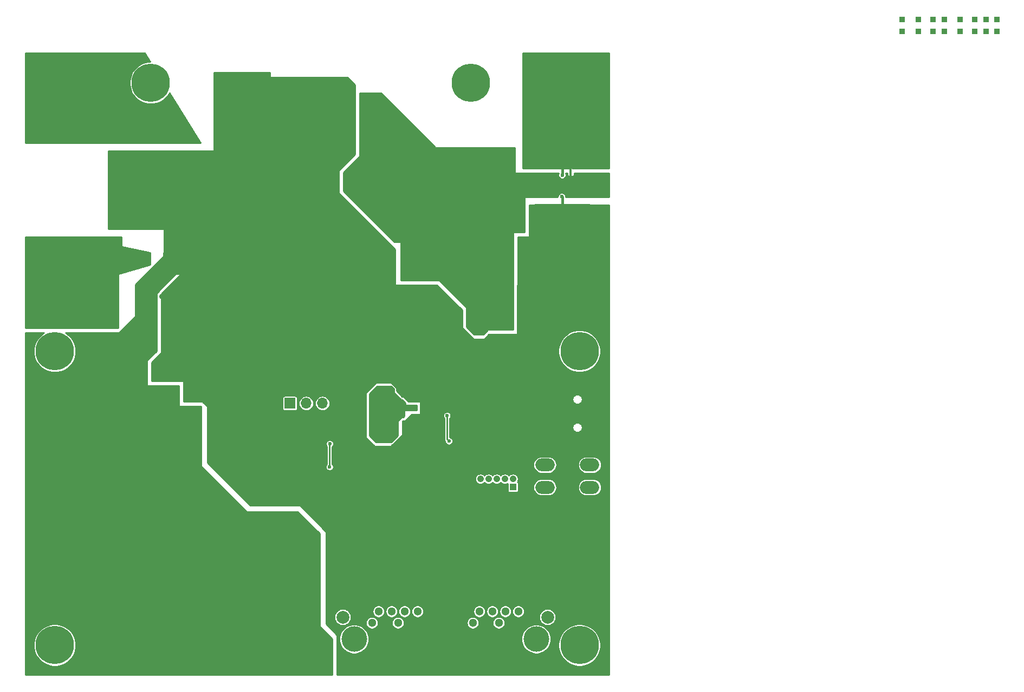
<source format=gtl>
G04 #@! TF.GenerationSoftware,KiCad,Pcbnew,5.1.4+dfsg1-1*
G04 #@! TF.CreationDate,2020-06-13T00:29:32+02:00*
G04 #@! TF.ProjectId,CAN_Battery_Switch_v2,43414e5f-4261-4747-9465-72795f537769,rev?*
G04 #@! TF.SameCoordinates,PX3dfd240PY1406f40*
G04 #@! TF.FileFunction,Copper,L1,Top*
G04 #@! TF.FilePolarity,Positive*
%FSLAX46Y46*%
G04 Gerber Fmt 4.6, Leading zero omitted, Abs format (unit mm)*
G04 Created by KiCad (PCBNEW 5.1.4+dfsg1-1) date 2020-06-13 00:29:32*
%MOMM*%
%LPD*%
G04 APERTURE LIST*
%ADD10C,1.300000*%
%ADD11C,4.000000*%
%ADD12C,2.000000*%
%ADD13C,6.000000*%
%ADD14O,3.014980X2.000000*%
%ADD15R,0.400000X1.500000*%
%ADD16R,1.050000X1.050000*%
%ADD17C,1.050000*%
%ADD18R,8.750000X6.000000*%
%ADD19R,9.000000X6.000000*%
%ADD20R,0.900000X0.900000*%
%ADD21C,2.532420*%
%ADD22C,0.150000*%
%ADD23R,1.700000X1.700000*%
%ADD24O,1.700000X1.700000*%
%ADD25C,0.600000*%
%ADD26C,0.889000*%
%ADD27C,1.000000*%
%ADD28C,0.400000*%
%ADD29C,0.762000*%
%ADD30C,0.508000*%
%ADD31C,0.310000*%
%ADD32C,0.254000*%
G04 APERTURE END LIST*
D10*
X70319000Y-89496000D03*
X76409000Y-89496000D03*
X72349000Y-89496000D03*
X74379000Y-89496000D03*
X71339000Y-87716000D03*
X73369000Y-87716000D03*
X75399000Y-87716000D03*
X77429000Y-87716000D03*
D11*
X51769000Y-92036000D03*
D12*
X81994000Y-88606000D03*
D10*
X61679000Y-87716000D03*
X59649000Y-87716000D03*
X57619000Y-87716000D03*
X55589000Y-87716000D03*
X58629000Y-89496000D03*
X56599000Y-89496000D03*
X60659000Y-89496000D03*
X54569000Y-89496000D03*
D11*
X80219000Y-92036000D03*
D12*
X49994000Y-88606000D03*
D13*
X5000000Y-93000000D03*
X20000000Y-5000000D03*
X70000000Y-5000000D03*
X87000000Y-93000000D03*
D12*
X9270000Y-4190000D03*
X6730000Y-4190000D03*
X4190000Y-4190000D03*
X4190000Y-6730000D03*
X4190000Y-9270000D03*
X9270000Y-11810000D03*
X6730000Y-11810000D03*
X4190000Y-11810000D03*
X11810000Y-11810000D03*
X11810000Y-4190000D03*
X11810000Y-6730000D03*
X9270000Y-6730000D03*
X6730000Y-6730000D03*
X11810000Y-9270000D03*
X9270000Y-9270000D03*
X6730000Y-9270000D03*
X85770000Y-2440000D03*
X83230000Y-2440000D03*
X80690000Y-2440000D03*
X80690000Y-4980000D03*
X80690000Y-7520000D03*
X85770000Y-10060000D03*
X83230000Y-10060000D03*
X80690000Y-10060000D03*
X88310000Y-10060000D03*
X88310000Y-2440000D03*
X88310000Y-4980000D03*
X85770000Y-4980000D03*
X83230000Y-4980000D03*
X88310000Y-7520000D03*
X85770000Y-7520000D03*
X83230000Y-7520000D03*
X6230000Y-40310000D03*
X8770000Y-40310000D03*
X11310000Y-40310000D03*
X11310000Y-37770000D03*
X11310000Y-35230000D03*
X6230000Y-32690000D03*
X8770000Y-32690000D03*
X11310000Y-32690000D03*
X3690000Y-32690000D03*
X3690000Y-40310000D03*
X3690000Y-37770000D03*
X6230000Y-37770000D03*
X8770000Y-37770000D03*
X3690000Y-35230000D03*
X6230000Y-35230000D03*
X8770000Y-35230000D03*
X82730000Y-40310000D03*
X85270000Y-40310000D03*
X87810000Y-40310000D03*
X87810000Y-37770000D03*
X87810000Y-35230000D03*
X82730000Y-32690000D03*
X85270000Y-32690000D03*
X87810000Y-32690000D03*
X80190000Y-32690000D03*
X80190000Y-40310000D03*
X80190000Y-37770000D03*
X82730000Y-37770000D03*
X85270000Y-37770000D03*
X80190000Y-35230000D03*
X82730000Y-35230000D03*
X85270000Y-35230000D03*
D14*
X88594000Y-68286000D03*
X88594000Y-64786000D03*
X81594000Y-64786000D03*
X81594000Y-68286000D03*
D15*
X85622000Y-19405000D03*
X85622000Y-18605000D03*
D16*
X76594000Y-68261000D03*
D17*
X75324000Y-68261000D03*
X74054000Y-68261000D03*
X72784000Y-68261000D03*
X71514000Y-68261000D03*
X75324000Y-66991000D03*
X74054000Y-66991000D03*
X72784000Y-66991000D03*
X71514000Y-66991000D03*
X76594000Y-66991000D03*
D18*
X84301200Y-26913200D03*
D19*
X84301200Y-15313200D03*
D20*
X142264000Y3032000D03*
X142264000Y4932000D03*
X148750000Y3050000D03*
X148750000Y4950000D03*
X152250000Y3050000D03*
X152250000Y4950000D03*
X150500000Y3050000D03*
X150500000Y4950000D03*
X144000000Y3050000D03*
X144000000Y4950000D03*
X137438000Y3032000D03*
X137438000Y4932000D03*
X146500000Y3050000D03*
X146500000Y4950000D03*
X139978000Y3032000D03*
X139978000Y4932000D03*
D21*
X17652000Y-32340000D03*
D22*
G36*
X15502000Y-34140000D02*
G01*
X15502000Y-30540000D01*
X19802000Y-31540000D01*
X19802000Y-33140000D01*
X15502000Y-34140000D01*
X15502000Y-34140000D01*
G37*
D21*
X24052000Y-32340000D03*
D22*
G36*
X26202000Y-30540000D02*
G01*
X26202000Y-34140000D01*
X21902000Y-33140000D01*
X21902000Y-31540000D01*
X26202000Y-30540000D01*
X26202000Y-30540000D01*
G37*
D23*
X41750000Y-55150000D03*
D24*
X44290000Y-55150000D03*
X46830000Y-55150000D03*
D13*
X87000000Y-47000000D03*
X5000000Y-47000000D03*
D25*
X84288500Y-19449500D03*
D26*
X66750000Y-47500000D03*
D25*
X57594000Y-60836000D03*
X55394000Y-52836000D03*
D26*
X56400000Y-71900000D03*
X24500000Y-97000000D03*
X29750000Y-97000000D03*
X29500000Y-87250000D03*
X24500000Y-87250000D03*
X5750000Y-63250000D03*
X1250000Y-63750000D03*
X5750000Y-75500000D03*
X1000000Y-75500000D03*
X42000000Y-75500000D03*
X42000000Y-77250000D03*
X38500000Y-75250000D03*
X38750000Y-76750000D03*
X38750000Y-78750000D03*
X36500000Y-80750000D03*
X35250000Y-80750000D03*
X34000000Y-80750000D03*
X32750000Y-80750000D03*
X32250000Y-82000000D03*
X27000000Y-82000000D03*
X27250000Y-81000000D03*
X28500000Y-79500000D03*
X33250000Y-79250000D03*
X35750000Y-77750000D03*
X49250000Y-36250000D03*
X46750000Y-39750000D03*
X50000000Y-41500000D03*
X46750000Y-42250000D03*
X51500000Y-38250000D03*
X51500000Y-40500000D03*
X52250000Y-39500000D03*
X53500000Y-39500000D03*
X54750000Y-39500000D03*
X56000000Y-39500000D03*
X57250000Y-39500000D03*
X52500000Y-26500000D03*
X54500000Y-28500000D03*
X52000000Y-31000000D03*
X53250000Y-31000000D03*
X54500000Y-31000000D03*
X55750000Y-31000000D03*
X57000000Y-31000000D03*
X45750000Y-31500000D03*
X47000000Y-30250000D03*
X46000000Y-29250000D03*
X46250000Y-27500000D03*
X47750000Y-27500000D03*
X49000000Y-27500000D03*
X50000000Y-26000000D03*
X49000000Y-24500000D03*
X47500000Y-24500000D03*
X46250000Y-24500000D03*
X46750000Y-22750000D03*
X47750000Y-22250000D03*
X47750000Y-21000000D03*
X47750000Y-19750000D03*
X47750000Y-18500000D03*
X31500000Y-20500000D03*
X28500000Y-25000000D03*
X15000000Y-22000000D03*
X50000000Y-10500000D03*
X43400000Y-7000000D03*
X75000000Y-80250000D03*
X40000000Y-39000000D03*
X36000000Y-36250000D03*
X21750000Y-38450000D03*
X24750000Y-46750000D03*
X58000000Y-62250000D03*
X56000000Y-51250000D03*
X59950000Y-40500000D03*
X67550000Y-41900000D03*
X18250000Y-74500000D03*
D25*
X84225000Y-22815000D03*
D26*
X59750000Y-75250000D03*
X68250000Y-68500000D03*
X52000000Y-70000000D03*
X32000000Y-57250000D03*
X37250000Y-46750000D03*
X36500000Y-48000000D03*
X27500000Y-50750000D03*
X31250000Y-50750000D03*
X28500000Y-46000000D03*
X29529000Y-42160000D03*
X27500000Y-37000000D03*
X24500000Y-41488000D03*
X11600000Y-45000000D03*
X28600000Y-93800000D03*
X26600000Y-93800000D03*
X24800000Y-93800000D03*
X24600000Y-90400000D03*
X26600000Y-90400000D03*
X28600000Y-90400000D03*
X29000000Y-91800000D03*
X37200000Y-87000000D03*
X39200000Y-87000000D03*
X16750000Y-76500000D03*
X5500000Y-70000000D03*
X5000000Y-71500000D03*
X3000000Y-71500000D03*
X1000000Y-71500000D03*
X1000000Y-68500000D03*
X3000000Y-68500000D03*
X4500000Y-68500000D03*
X5500000Y-56000000D03*
X5000000Y-57500000D03*
X3000000Y-57500000D03*
X1000000Y-57500000D03*
X1000000Y-54000000D03*
X3000000Y-54000000D03*
X5000000Y-54000000D03*
X85794000Y-57536000D03*
X74494000Y-49436000D03*
X73294000Y-60436000D03*
X74094000Y-64736000D03*
X73194000Y-71736000D03*
D25*
X45550500Y-34801750D03*
X46375500Y-34801750D03*
X46375500Y-32664250D03*
X45550500Y-32664250D03*
D26*
X46663000Y-36533000D03*
D27*
X45863000Y-33733000D03*
D26*
X70094000Y-75236000D03*
X62494000Y-61936000D03*
X57694000Y-50036000D03*
X74494000Y-53286000D03*
X19000000Y-82000000D03*
X17500000Y-81250000D03*
X19750000Y-80750000D03*
X16750000Y-79500000D03*
X16750000Y-78000000D03*
X19250000Y-74500000D03*
X61494000Y-66411000D03*
X64974000Y-78166000D03*
D25*
X64174000Y-66416000D03*
X54414000Y-60106000D03*
X59194000Y-54836000D03*
X54394000Y-54236000D03*
X57994000Y-53836000D03*
X59394000Y-57036000D03*
X76669000Y-56336000D03*
D26*
X62900000Y-18800000D03*
X56750000Y-10000000D03*
X53500000Y-21000000D03*
X60000000Y-32000000D03*
X73500000Y-40750000D03*
X71150000Y-19750000D03*
X80288000Y-21113200D03*
X72150000Y-34100000D03*
X69200000Y-35000000D03*
X69900000Y-26450000D03*
X71000000Y-32600000D03*
X60250000Y-24400000D03*
X58400000Y-20250000D03*
D25*
X66594000Y-61061000D03*
X66294000Y-57086000D03*
X47975000Y-61475000D03*
X47925000Y-65100000D03*
D28*
X84301200Y-19436800D02*
X84301200Y-15313200D01*
X84288500Y-19449500D02*
X84301200Y-19436800D01*
D29*
X24600000Y-90400000D02*
X24600000Y-87350000D01*
X29750000Y-87500000D02*
X29750000Y-97000000D01*
X29500000Y-87250000D02*
X29750000Y-87500000D01*
X24600000Y-87350000D02*
X24500000Y-87250000D01*
X1000000Y-71500000D02*
X1000000Y-75500000D01*
X3000000Y-63750000D02*
X1250000Y-63750000D01*
X5750000Y-66500000D02*
X3000000Y-63750000D01*
X5750000Y-75500000D02*
X5750000Y-66500000D01*
X42000000Y-75500000D02*
X42000000Y-77250000D01*
X38500000Y-75250000D02*
X38750000Y-75500000D01*
X38750000Y-75500000D02*
X38750000Y-76750000D01*
X38750000Y-78750000D02*
X36750000Y-80750000D01*
X36750000Y-80750000D02*
X36500000Y-80750000D01*
X35250000Y-80750000D02*
X34000000Y-80750000D01*
X32750000Y-80750000D02*
X32250000Y-81250000D01*
X32250000Y-81250000D02*
X32250000Y-82000000D01*
X27000000Y-82000000D02*
X27250000Y-81750000D01*
X27250000Y-81750000D02*
X27250000Y-81000000D01*
X28500000Y-79500000D02*
X28750000Y-79250000D01*
X28750000Y-79250000D02*
X33250000Y-79250000D01*
X48250000Y-39750000D02*
X46750000Y-39750000D01*
X50000000Y-41500000D02*
X48250000Y-39750000D01*
X47500000Y-42250000D02*
X46750000Y-42250000D01*
X51500000Y-38250000D02*
X47500000Y-42250000D01*
X51500000Y-40250000D02*
X51500000Y-40500000D01*
X52250000Y-39500000D02*
X51500000Y-40250000D01*
X54750000Y-39500000D02*
X53500000Y-39500000D01*
X57250000Y-39500000D02*
X56000000Y-39500000D01*
X52000000Y-31000000D02*
X54500000Y-28500000D01*
X54500000Y-31000000D02*
X53250000Y-31000000D01*
X57000000Y-31000000D02*
X55750000Y-31000000D01*
X46000000Y-29250000D02*
X47000000Y-30250000D01*
X47750000Y-27500000D02*
X46250000Y-27500000D01*
X49000000Y-27000000D02*
X49000000Y-27500000D01*
X50000000Y-26000000D02*
X49000000Y-27000000D01*
X47500000Y-24500000D02*
X49000000Y-24500000D01*
X46250000Y-23250000D02*
X46250000Y-24500000D01*
X46750000Y-22750000D02*
X46250000Y-23250000D01*
X47750000Y-21000000D02*
X47750000Y-22250000D01*
X47750000Y-18500000D02*
X47750000Y-19750000D01*
D30*
X58000000Y-62250000D02*
X57500000Y-62750000D01*
X57500000Y-62750000D02*
X57500000Y-64000000D01*
D28*
X84301200Y-22891200D02*
X84301200Y-26913200D01*
X84225000Y-22815000D02*
X84301200Y-22891200D01*
X29529000Y-42160000D02*
X29500000Y-42189000D01*
X29500000Y-42189000D02*
X29500000Y-42250000D01*
D31*
X24500000Y-41488000D02*
X24500000Y-41500000D01*
D29*
X24800000Y-93800000D02*
X26600000Y-93800000D01*
X24600000Y-90400000D02*
X26600000Y-90400000D01*
X28600000Y-90400000D02*
X29000000Y-90800000D01*
X29000000Y-90800000D02*
X29000000Y-91800000D01*
X1000000Y-71500000D02*
X3000000Y-71500000D01*
X1000000Y-68500000D02*
X3000000Y-68500000D01*
X5500000Y-57000000D02*
X5500000Y-56000000D01*
X5000000Y-57500000D02*
X5500000Y-57000000D01*
X1000000Y-57500000D02*
X3000000Y-57500000D01*
X5000000Y-54000000D02*
X3000000Y-54000000D01*
D30*
X45563000Y-34833000D02*
X45563000Y-34814250D01*
X45563000Y-34814250D02*
X45550500Y-34801750D01*
X46375500Y-34801750D02*
X46363000Y-34789250D01*
X46363000Y-34789250D02*
X46363000Y-34733000D01*
X46375500Y-32664250D02*
X46363000Y-32651750D01*
X46363000Y-32651750D02*
X46363000Y-32633000D01*
X45550500Y-32664250D02*
X45563000Y-32651750D01*
X45563000Y-32651750D02*
X45563000Y-32633000D01*
X46663000Y-36533000D02*
X46663000Y-34533000D01*
X46663000Y-34533000D02*
X45863000Y-33733000D01*
D28*
X71150000Y-19750000D02*
X78924800Y-19750000D01*
X78924800Y-19750000D02*
X80288000Y-21113200D01*
D29*
X69200000Y-35000000D02*
X69250000Y-35000000D01*
D32*
X66594000Y-61061000D02*
X66581500Y-61048500D01*
X66581500Y-61048500D02*
X66594000Y-61036000D01*
X66594000Y-61036000D02*
X66594000Y-61061000D01*
X66594000Y-61061000D02*
X66294000Y-60761000D01*
X66294000Y-60761000D02*
X66294000Y-57086000D01*
X47975000Y-61475000D02*
X47925000Y-61525000D01*
X47925000Y-61525000D02*
X47925000Y-65100000D01*
G36*
X19888939Y-1673000D02*
G01*
X19672319Y-1673000D01*
X19029550Y-1800855D01*
X18424075Y-2051651D01*
X17879161Y-2415750D01*
X17415750Y-2879161D01*
X17051651Y-3424075D01*
X16800855Y-4029550D01*
X16673000Y-4672319D01*
X16673000Y-5327681D01*
X16800855Y-5970450D01*
X17051651Y-6575925D01*
X17415750Y-7120839D01*
X17879161Y-7584250D01*
X18424075Y-7948349D01*
X19029550Y-8199145D01*
X19672319Y-8327000D01*
X20327681Y-8327000D01*
X20970450Y-8199145D01*
X21575925Y-7948349D01*
X22120839Y-7584250D01*
X22584250Y-7120839D01*
X22939943Y-6588506D01*
X27771698Y-14373000D01*
X377000Y-14373000D01*
X377000Y-377000D01*
X19084525Y-377000D01*
X19888939Y-1673000D01*
X19888939Y-1673000D01*
G37*
X19888939Y-1673000D02*
X19672319Y-1673000D01*
X19029550Y-1800855D01*
X18424075Y-2051651D01*
X17879161Y-2415750D01*
X17415750Y-2879161D01*
X17051651Y-3424075D01*
X16800855Y-4029550D01*
X16673000Y-4672319D01*
X16673000Y-5327681D01*
X16800855Y-5970450D01*
X17051651Y-6575925D01*
X17415750Y-7120839D01*
X17879161Y-7584250D01*
X18424075Y-7948349D01*
X19029550Y-8199145D01*
X19672319Y-8327000D01*
X20327681Y-8327000D01*
X20970450Y-8199145D01*
X21575925Y-7948349D01*
X22120839Y-7584250D01*
X22584250Y-7120839D01*
X22939943Y-6588506D01*
X27771698Y-14373000D01*
X377000Y-14373000D01*
X377000Y-377000D01*
X19084525Y-377000D01*
X19888939Y-1673000D01*
G36*
X38623000Y-4000000D02*
G01*
X38625440Y-4024776D01*
X38632667Y-4048601D01*
X38644403Y-4070557D01*
X38660197Y-4089803D01*
X38679443Y-4105597D01*
X38701399Y-4117333D01*
X38725224Y-4124560D01*
X38750000Y-4127000D01*
X50697394Y-4127000D01*
X51873000Y-5302606D01*
X51873000Y-16197394D01*
X49410197Y-18660197D01*
X49394403Y-18679443D01*
X49382667Y-18701399D01*
X49375440Y-18725224D01*
X49373000Y-18750000D01*
X49373000Y-22250000D01*
X49375440Y-22274776D01*
X49382667Y-22298601D01*
X49394403Y-22320557D01*
X49410197Y-22339803D01*
X58123000Y-31052606D01*
X58123000Y-36500000D01*
X58125440Y-36524776D01*
X58132667Y-36548601D01*
X58144403Y-36570557D01*
X58160197Y-36589803D01*
X58179443Y-36605597D01*
X58201399Y-36617333D01*
X58225224Y-36624560D01*
X58250000Y-36627000D01*
X64697394Y-36627000D01*
X68623000Y-40552606D01*
X68623000Y-43250000D01*
X68625440Y-43274776D01*
X68632667Y-43298601D01*
X68644403Y-43320557D01*
X68660197Y-43339803D01*
X70410197Y-45089803D01*
X70429443Y-45105597D01*
X70451399Y-45117333D01*
X70475224Y-45124560D01*
X70500000Y-45127000D01*
X72000000Y-45127000D01*
X72024776Y-45124560D01*
X72048601Y-45117333D01*
X72070557Y-45105597D01*
X72089803Y-45089803D01*
X72802606Y-44377000D01*
X77200000Y-44377000D01*
X77224776Y-44374560D01*
X77248601Y-44367333D01*
X77270557Y-44355597D01*
X77289803Y-44339803D01*
X77305597Y-44320557D01*
X77317333Y-44298601D01*
X77324560Y-44274776D01*
X77326999Y-44250416D01*
X77376584Y-29127000D01*
X79000000Y-29127000D01*
X79024776Y-29124560D01*
X79048601Y-29117333D01*
X79070557Y-29105597D01*
X79089803Y-29089803D01*
X79105597Y-29070557D01*
X79117333Y-29048601D01*
X79124560Y-29024776D01*
X79127000Y-29000000D01*
X79127000Y-24127000D01*
X91623000Y-24127000D01*
X91623001Y-97623000D01*
X49127000Y-97623000D01*
X49127000Y-91806811D01*
X49442000Y-91806811D01*
X49442000Y-92265189D01*
X49531426Y-92714761D01*
X49706840Y-93138248D01*
X49961501Y-93519376D01*
X50285624Y-93843499D01*
X50666752Y-94098160D01*
X51090239Y-94273574D01*
X51539811Y-94363000D01*
X51998189Y-94363000D01*
X52447761Y-94273574D01*
X52871248Y-94098160D01*
X53252376Y-93843499D01*
X53576499Y-93519376D01*
X53831160Y-93138248D01*
X54006574Y-92714761D01*
X54096000Y-92265189D01*
X54096000Y-91806811D01*
X77892000Y-91806811D01*
X77892000Y-92265189D01*
X77981426Y-92714761D01*
X78156840Y-93138248D01*
X78411501Y-93519376D01*
X78735624Y-93843499D01*
X79116752Y-94098160D01*
X79540239Y-94273574D01*
X79989811Y-94363000D01*
X80448189Y-94363000D01*
X80897761Y-94273574D01*
X81321248Y-94098160D01*
X81702376Y-93843499D01*
X82026499Y-93519376D01*
X82281160Y-93138248D01*
X82456574Y-92714761D01*
X82465016Y-92672319D01*
X83673000Y-92672319D01*
X83673000Y-93327681D01*
X83800855Y-93970450D01*
X84051651Y-94575925D01*
X84415750Y-95120839D01*
X84879161Y-95584250D01*
X85424075Y-95948349D01*
X86029550Y-96199145D01*
X86672319Y-96327000D01*
X87327681Y-96327000D01*
X87970450Y-96199145D01*
X88575925Y-95948349D01*
X89120839Y-95584250D01*
X89584250Y-95120839D01*
X89948349Y-94575925D01*
X90199145Y-93970450D01*
X90327000Y-93327681D01*
X90327000Y-92672319D01*
X90199145Y-92029550D01*
X89948349Y-91424075D01*
X89584250Y-90879161D01*
X89120839Y-90415750D01*
X88575925Y-90051651D01*
X87970450Y-89800855D01*
X87327681Y-89673000D01*
X86672319Y-89673000D01*
X86029550Y-89800855D01*
X85424075Y-90051651D01*
X84879161Y-90415750D01*
X84415750Y-90879161D01*
X84051651Y-91424075D01*
X83800855Y-92029550D01*
X83673000Y-92672319D01*
X82465016Y-92672319D01*
X82546000Y-92265189D01*
X82546000Y-91806811D01*
X82456574Y-91357239D01*
X82281160Y-90933752D01*
X82026499Y-90552624D01*
X81702376Y-90228501D01*
X81321248Y-89973840D01*
X80897761Y-89798426D01*
X80448189Y-89709000D01*
X79989811Y-89709000D01*
X79540239Y-89798426D01*
X79116752Y-89973840D01*
X78735624Y-90228501D01*
X78411501Y-90552624D01*
X78156840Y-90933752D01*
X77981426Y-91357239D01*
X77892000Y-91806811D01*
X54096000Y-91806811D01*
X54006574Y-91357239D01*
X53831160Y-90933752D01*
X53576499Y-90552624D01*
X53252376Y-90228501D01*
X52871248Y-89973840D01*
X52447761Y-89798426D01*
X51998189Y-89709000D01*
X51539811Y-89709000D01*
X51090239Y-89798426D01*
X50666752Y-89973840D01*
X50285624Y-90228501D01*
X49961501Y-90552624D01*
X49706840Y-90933752D01*
X49531426Y-91357239D01*
X49442000Y-91806811D01*
X49127000Y-91806811D01*
X49127000Y-91500000D01*
X49124560Y-91475224D01*
X49117333Y-91451399D01*
X49105597Y-91429443D01*
X49089803Y-91410197D01*
X47377000Y-89697394D01*
X47377000Y-88475302D01*
X48667000Y-88475302D01*
X48667000Y-88736698D01*
X48717996Y-88993072D01*
X48818028Y-89234570D01*
X48963252Y-89451913D01*
X49148087Y-89636748D01*
X49365430Y-89781972D01*
X49606928Y-89882004D01*
X49863302Y-89933000D01*
X50124698Y-89933000D01*
X50381072Y-89882004D01*
X50622570Y-89781972D01*
X50839913Y-89636748D01*
X51024748Y-89451913D01*
X51059586Y-89399774D01*
X53592000Y-89399774D01*
X53592000Y-89592226D01*
X53629546Y-89780980D01*
X53703194Y-89958783D01*
X53810115Y-90118801D01*
X53946199Y-90254885D01*
X54106217Y-90361806D01*
X54284020Y-90435454D01*
X54472774Y-90473000D01*
X54665226Y-90473000D01*
X54853980Y-90435454D01*
X55031783Y-90361806D01*
X55191801Y-90254885D01*
X55327885Y-90118801D01*
X55434806Y-89958783D01*
X55508454Y-89780980D01*
X55546000Y-89592226D01*
X55546000Y-89399774D01*
X57652000Y-89399774D01*
X57652000Y-89592226D01*
X57689546Y-89780980D01*
X57763194Y-89958783D01*
X57870115Y-90118801D01*
X58006199Y-90254885D01*
X58166217Y-90361806D01*
X58344020Y-90435454D01*
X58532774Y-90473000D01*
X58725226Y-90473000D01*
X58913980Y-90435454D01*
X59091783Y-90361806D01*
X59251801Y-90254885D01*
X59387885Y-90118801D01*
X59494806Y-89958783D01*
X59568454Y-89780980D01*
X59606000Y-89592226D01*
X59606000Y-89399774D01*
X69342000Y-89399774D01*
X69342000Y-89592226D01*
X69379546Y-89780980D01*
X69453194Y-89958783D01*
X69560115Y-90118801D01*
X69696199Y-90254885D01*
X69856217Y-90361806D01*
X70034020Y-90435454D01*
X70222774Y-90473000D01*
X70415226Y-90473000D01*
X70603980Y-90435454D01*
X70781783Y-90361806D01*
X70941801Y-90254885D01*
X71077885Y-90118801D01*
X71184806Y-89958783D01*
X71258454Y-89780980D01*
X71296000Y-89592226D01*
X71296000Y-89399774D01*
X73402000Y-89399774D01*
X73402000Y-89592226D01*
X73439546Y-89780980D01*
X73513194Y-89958783D01*
X73620115Y-90118801D01*
X73756199Y-90254885D01*
X73916217Y-90361806D01*
X74094020Y-90435454D01*
X74282774Y-90473000D01*
X74475226Y-90473000D01*
X74663980Y-90435454D01*
X74841783Y-90361806D01*
X75001801Y-90254885D01*
X75137885Y-90118801D01*
X75244806Y-89958783D01*
X75318454Y-89780980D01*
X75356000Y-89592226D01*
X75356000Y-89399774D01*
X75318454Y-89211020D01*
X75244806Y-89033217D01*
X75137885Y-88873199D01*
X75001801Y-88737115D01*
X74841783Y-88630194D01*
X74663980Y-88556546D01*
X74475226Y-88519000D01*
X74282774Y-88519000D01*
X74094020Y-88556546D01*
X73916217Y-88630194D01*
X73756199Y-88737115D01*
X73620115Y-88873199D01*
X73513194Y-89033217D01*
X73439546Y-89211020D01*
X73402000Y-89399774D01*
X71296000Y-89399774D01*
X71258454Y-89211020D01*
X71184806Y-89033217D01*
X71077885Y-88873199D01*
X70941801Y-88737115D01*
X70781783Y-88630194D01*
X70603980Y-88556546D01*
X70415226Y-88519000D01*
X70222774Y-88519000D01*
X70034020Y-88556546D01*
X69856217Y-88630194D01*
X69696199Y-88737115D01*
X69560115Y-88873199D01*
X69453194Y-89033217D01*
X69379546Y-89211020D01*
X69342000Y-89399774D01*
X59606000Y-89399774D01*
X59568454Y-89211020D01*
X59494806Y-89033217D01*
X59387885Y-88873199D01*
X59251801Y-88737115D01*
X59091783Y-88630194D01*
X58913980Y-88556546D01*
X58725226Y-88519000D01*
X58532774Y-88519000D01*
X58344020Y-88556546D01*
X58166217Y-88630194D01*
X58006199Y-88737115D01*
X57870115Y-88873199D01*
X57763194Y-89033217D01*
X57689546Y-89211020D01*
X57652000Y-89399774D01*
X55546000Y-89399774D01*
X55508454Y-89211020D01*
X55434806Y-89033217D01*
X55327885Y-88873199D01*
X55191801Y-88737115D01*
X55031783Y-88630194D01*
X54853980Y-88556546D01*
X54665226Y-88519000D01*
X54472774Y-88519000D01*
X54284020Y-88556546D01*
X54106217Y-88630194D01*
X53946199Y-88737115D01*
X53810115Y-88873199D01*
X53703194Y-89033217D01*
X53629546Y-89211020D01*
X53592000Y-89399774D01*
X51059586Y-89399774D01*
X51169972Y-89234570D01*
X51270004Y-88993072D01*
X51321000Y-88736698D01*
X51321000Y-88475302D01*
X51270004Y-88218928D01*
X51169972Y-87977430D01*
X51024748Y-87760087D01*
X50884435Y-87619774D01*
X54612000Y-87619774D01*
X54612000Y-87812226D01*
X54649546Y-88000980D01*
X54723194Y-88178783D01*
X54830115Y-88338801D01*
X54966199Y-88474885D01*
X55126217Y-88581806D01*
X55304020Y-88655454D01*
X55492774Y-88693000D01*
X55685226Y-88693000D01*
X55873980Y-88655454D01*
X56051783Y-88581806D01*
X56211801Y-88474885D01*
X56347885Y-88338801D01*
X56454806Y-88178783D01*
X56528454Y-88000980D01*
X56566000Y-87812226D01*
X56566000Y-87619774D01*
X56642000Y-87619774D01*
X56642000Y-87812226D01*
X56679546Y-88000980D01*
X56753194Y-88178783D01*
X56860115Y-88338801D01*
X56996199Y-88474885D01*
X57156217Y-88581806D01*
X57334020Y-88655454D01*
X57522774Y-88693000D01*
X57715226Y-88693000D01*
X57903980Y-88655454D01*
X58081783Y-88581806D01*
X58241801Y-88474885D01*
X58377885Y-88338801D01*
X58484806Y-88178783D01*
X58558454Y-88000980D01*
X58596000Y-87812226D01*
X58596000Y-87619774D01*
X58672000Y-87619774D01*
X58672000Y-87812226D01*
X58709546Y-88000980D01*
X58783194Y-88178783D01*
X58890115Y-88338801D01*
X59026199Y-88474885D01*
X59186217Y-88581806D01*
X59364020Y-88655454D01*
X59552774Y-88693000D01*
X59745226Y-88693000D01*
X59933980Y-88655454D01*
X60111783Y-88581806D01*
X60271801Y-88474885D01*
X60407885Y-88338801D01*
X60514806Y-88178783D01*
X60588454Y-88000980D01*
X60626000Y-87812226D01*
X60626000Y-87619774D01*
X60702000Y-87619774D01*
X60702000Y-87812226D01*
X60739546Y-88000980D01*
X60813194Y-88178783D01*
X60920115Y-88338801D01*
X61056199Y-88474885D01*
X61216217Y-88581806D01*
X61394020Y-88655454D01*
X61582774Y-88693000D01*
X61775226Y-88693000D01*
X61963980Y-88655454D01*
X62141783Y-88581806D01*
X62301801Y-88474885D01*
X62437885Y-88338801D01*
X62544806Y-88178783D01*
X62618454Y-88000980D01*
X62656000Y-87812226D01*
X62656000Y-87619774D01*
X70362000Y-87619774D01*
X70362000Y-87812226D01*
X70399546Y-88000980D01*
X70473194Y-88178783D01*
X70580115Y-88338801D01*
X70716199Y-88474885D01*
X70876217Y-88581806D01*
X71054020Y-88655454D01*
X71242774Y-88693000D01*
X71435226Y-88693000D01*
X71623980Y-88655454D01*
X71801783Y-88581806D01*
X71961801Y-88474885D01*
X72097885Y-88338801D01*
X72204806Y-88178783D01*
X72278454Y-88000980D01*
X72316000Y-87812226D01*
X72316000Y-87619774D01*
X72392000Y-87619774D01*
X72392000Y-87812226D01*
X72429546Y-88000980D01*
X72503194Y-88178783D01*
X72610115Y-88338801D01*
X72746199Y-88474885D01*
X72906217Y-88581806D01*
X73084020Y-88655454D01*
X73272774Y-88693000D01*
X73465226Y-88693000D01*
X73653980Y-88655454D01*
X73831783Y-88581806D01*
X73991801Y-88474885D01*
X74127885Y-88338801D01*
X74234806Y-88178783D01*
X74308454Y-88000980D01*
X74346000Y-87812226D01*
X74346000Y-87619774D01*
X74422000Y-87619774D01*
X74422000Y-87812226D01*
X74459546Y-88000980D01*
X74533194Y-88178783D01*
X74640115Y-88338801D01*
X74776199Y-88474885D01*
X74936217Y-88581806D01*
X75114020Y-88655454D01*
X75302774Y-88693000D01*
X75495226Y-88693000D01*
X75683980Y-88655454D01*
X75861783Y-88581806D01*
X76021801Y-88474885D01*
X76157885Y-88338801D01*
X76264806Y-88178783D01*
X76338454Y-88000980D01*
X76376000Y-87812226D01*
X76376000Y-87619774D01*
X76452000Y-87619774D01*
X76452000Y-87812226D01*
X76489546Y-88000980D01*
X76563194Y-88178783D01*
X76670115Y-88338801D01*
X76806199Y-88474885D01*
X76966217Y-88581806D01*
X77144020Y-88655454D01*
X77332774Y-88693000D01*
X77525226Y-88693000D01*
X77713980Y-88655454D01*
X77891783Y-88581806D01*
X78051176Y-88475302D01*
X80667000Y-88475302D01*
X80667000Y-88736698D01*
X80717996Y-88993072D01*
X80818028Y-89234570D01*
X80963252Y-89451913D01*
X81148087Y-89636748D01*
X81365430Y-89781972D01*
X81606928Y-89882004D01*
X81863302Y-89933000D01*
X82124698Y-89933000D01*
X82381072Y-89882004D01*
X82622570Y-89781972D01*
X82839913Y-89636748D01*
X83024748Y-89451913D01*
X83169972Y-89234570D01*
X83270004Y-88993072D01*
X83321000Y-88736698D01*
X83321000Y-88475302D01*
X83270004Y-88218928D01*
X83169972Y-87977430D01*
X83024748Y-87760087D01*
X82839913Y-87575252D01*
X82622570Y-87430028D01*
X82381072Y-87329996D01*
X82124698Y-87279000D01*
X81863302Y-87279000D01*
X81606928Y-87329996D01*
X81365430Y-87430028D01*
X81148087Y-87575252D01*
X80963252Y-87760087D01*
X80818028Y-87977430D01*
X80717996Y-88218928D01*
X80667000Y-88475302D01*
X78051176Y-88475302D01*
X78051801Y-88474885D01*
X78187885Y-88338801D01*
X78294806Y-88178783D01*
X78368454Y-88000980D01*
X78406000Y-87812226D01*
X78406000Y-87619774D01*
X78368454Y-87431020D01*
X78294806Y-87253217D01*
X78187885Y-87093199D01*
X78051801Y-86957115D01*
X77891783Y-86850194D01*
X77713980Y-86776546D01*
X77525226Y-86739000D01*
X77332774Y-86739000D01*
X77144020Y-86776546D01*
X76966217Y-86850194D01*
X76806199Y-86957115D01*
X76670115Y-87093199D01*
X76563194Y-87253217D01*
X76489546Y-87431020D01*
X76452000Y-87619774D01*
X76376000Y-87619774D01*
X76338454Y-87431020D01*
X76264806Y-87253217D01*
X76157885Y-87093199D01*
X76021801Y-86957115D01*
X75861783Y-86850194D01*
X75683980Y-86776546D01*
X75495226Y-86739000D01*
X75302774Y-86739000D01*
X75114020Y-86776546D01*
X74936217Y-86850194D01*
X74776199Y-86957115D01*
X74640115Y-87093199D01*
X74533194Y-87253217D01*
X74459546Y-87431020D01*
X74422000Y-87619774D01*
X74346000Y-87619774D01*
X74308454Y-87431020D01*
X74234806Y-87253217D01*
X74127885Y-87093199D01*
X73991801Y-86957115D01*
X73831783Y-86850194D01*
X73653980Y-86776546D01*
X73465226Y-86739000D01*
X73272774Y-86739000D01*
X73084020Y-86776546D01*
X72906217Y-86850194D01*
X72746199Y-86957115D01*
X72610115Y-87093199D01*
X72503194Y-87253217D01*
X72429546Y-87431020D01*
X72392000Y-87619774D01*
X72316000Y-87619774D01*
X72278454Y-87431020D01*
X72204806Y-87253217D01*
X72097885Y-87093199D01*
X71961801Y-86957115D01*
X71801783Y-86850194D01*
X71623980Y-86776546D01*
X71435226Y-86739000D01*
X71242774Y-86739000D01*
X71054020Y-86776546D01*
X70876217Y-86850194D01*
X70716199Y-86957115D01*
X70580115Y-87093199D01*
X70473194Y-87253217D01*
X70399546Y-87431020D01*
X70362000Y-87619774D01*
X62656000Y-87619774D01*
X62618454Y-87431020D01*
X62544806Y-87253217D01*
X62437885Y-87093199D01*
X62301801Y-86957115D01*
X62141783Y-86850194D01*
X61963980Y-86776546D01*
X61775226Y-86739000D01*
X61582774Y-86739000D01*
X61394020Y-86776546D01*
X61216217Y-86850194D01*
X61056199Y-86957115D01*
X60920115Y-87093199D01*
X60813194Y-87253217D01*
X60739546Y-87431020D01*
X60702000Y-87619774D01*
X60626000Y-87619774D01*
X60588454Y-87431020D01*
X60514806Y-87253217D01*
X60407885Y-87093199D01*
X60271801Y-86957115D01*
X60111783Y-86850194D01*
X59933980Y-86776546D01*
X59745226Y-86739000D01*
X59552774Y-86739000D01*
X59364020Y-86776546D01*
X59186217Y-86850194D01*
X59026199Y-86957115D01*
X58890115Y-87093199D01*
X58783194Y-87253217D01*
X58709546Y-87431020D01*
X58672000Y-87619774D01*
X58596000Y-87619774D01*
X58558454Y-87431020D01*
X58484806Y-87253217D01*
X58377885Y-87093199D01*
X58241801Y-86957115D01*
X58081783Y-86850194D01*
X57903980Y-86776546D01*
X57715226Y-86739000D01*
X57522774Y-86739000D01*
X57334020Y-86776546D01*
X57156217Y-86850194D01*
X56996199Y-86957115D01*
X56860115Y-87093199D01*
X56753194Y-87253217D01*
X56679546Y-87431020D01*
X56642000Y-87619774D01*
X56566000Y-87619774D01*
X56528454Y-87431020D01*
X56454806Y-87253217D01*
X56347885Y-87093199D01*
X56211801Y-86957115D01*
X56051783Y-86850194D01*
X55873980Y-86776546D01*
X55685226Y-86739000D01*
X55492774Y-86739000D01*
X55304020Y-86776546D01*
X55126217Y-86850194D01*
X54966199Y-86957115D01*
X54830115Y-87093199D01*
X54723194Y-87253217D01*
X54649546Y-87431020D01*
X54612000Y-87619774D01*
X50884435Y-87619774D01*
X50839913Y-87575252D01*
X50622570Y-87430028D01*
X50381072Y-87329996D01*
X50124698Y-87279000D01*
X49863302Y-87279000D01*
X49606928Y-87329996D01*
X49365430Y-87430028D01*
X49148087Y-87575252D01*
X48963252Y-87760087D01*
X48818028Y-87977430D01*
X48717996Y-88218928D01*
X48667000Y-88475302D01*
X47377000Y-88475302D01*
X47377000Y-75250000D01*
X47374560Y-75225224D01*
X47367333Y-75201399D01*
X47355597Y-75179443D01*
X47339803Y-75160197D01*
X43339803Y-71160197D01*
X43320557Y-71144403D01*
X43298601Y-71132667D01*
X43274776Y-71125440D01*
X43250000Y-71123000D01*
X35552606Y-71123000D01*
X31336691Y-66907085D01*
X70662000Y-66907085D01*
X70662000Y-67074915D01*
X70694742Y-67239519D01*
X70758968Y-67394573D01*
X70852209Y-67534118D01*
X70970882Y-67652791D01*
X71110427Y-67746032D01*
X71265481Y-67810258D01*
X71430085Y-67843000D01*
X71597915Y-67843000D01*
X71762519Y-67810258D01*
X71917573Y-67746032D01*
X72057118Y-67652791D01*
X72149000Y-67560909D01*
X72240882Y-67652791D01*
X72380427Y-67746032D01*
X72535481Y-67810258D01*
X72700085Y-67843000D01*
X72867915Y-67843000D01*
X73032519Y-67810258D01*
X73187573Y-67746032D01*
X73327118Y-67652791D01*
X73419000Y-67560909D01*
X73510882Y-67652791D01*
X73650427Y-67746032D01*
X73805481Y-67810258D01*
X73970085Y-67843000D01*
X74137915Y-67843000D01*
X74302519Y-67810258D01*
X74457573Y-67746032D01*
X74597118Y-67652791D01*
X74689000Y-67560909D01*
X74780882Y-67652791D01*
X74920427Y-67746032D01*
X75075481Y-67810258D01*
X75240085Y-67843000D01*
X75407915Y-67843000D01*
X75572519Y-67810258D01*
X75727573Y-67746032D01*
X75740418Y-67737449D01*
X75740418Y-68786000D01*
X75746732Y-68850103D01*
X75765430Y-68911743D01*
X75795794Y-68968550D01*
X75836657Y-69018343D01*
X75886450Y-69059206D01*
X75943257Y-69089570D01*
X76004897Y-69108268D01*
X76069000Y-69114582D01*
X77119000Y-69114582D01*
X77183103Y-69108268D01*
X77244743Y-69089570D01*
X77301550Y-69059206D01*
X77351343Y-69018343D01*
X77392206Y-68968550D01*
X77422570Y-68911743D01*
X77441268Y-68850103D01*
X77447582Y-68786000D01*
X77447582Y-68286000D01*
X79753090Y-68286000D01*
X79778711Y-68546137D01*
X79854591Y-68796278D01*
X79977812Y-69026808D01*
X80143640Y-69228870D01*
X80345702Y-69394698D01*
X80576232Y-69517919D01*
X80826373Y-69593799D01*
X81021326Y-69613000D01*
X82166674Y-69613000D01*
X82361627Y-69593799D01*
X82611768Y-69517919D01*
X82842298Y-69394698D01*
X83044360Y-69228870D01*
X83210188Y-69026808D01*
X83333409Y-68796278D01*
X83409289Y-68546137D01*
X83434910Y-68286000D01*
X86753090Y-68286000D01*
X86778711Y-68546137D01*
X86854591Y-68796278D01*
X86977812Y-69026808D01*
X87143640Y-69228870D01*
X87345702Y-69394698D01*
X87576232Y-69517919D01*
X87826373Y-69593799D01*
X88021326Y-69613000D01*
X89166674Y-69613000D01*
X89361627Y-69593799D01*
X89611768Y-69517919D01*
X89842298Y-69394698D01*
X90044360Y-69228870D01*
X90210188Y-69026808D01*
X90333409Y-68796278D01*
X90409289Y-68546137D01*
X90434910Y-68286000D01*
X90409289Y-68025863D01*
X90333409Y-67775722D01*
X90210188Y-67545192D01*
X90044360Y-67343130D01*
X89842298Y-67177302D01*
X89611768Y-67054081D01*
X89361627Y-66978201D01*
X89166674Y-66959000D01*
X88021326Y-66959000D01*
X87826373Y-66978201D01*
X87576232Y-67054081D01*
X87345702Y-67177302D01*
X87143640Y-67343130D01*
X86977812Y-67545192D01*
X86854591Y-67775722D01*
X86778711Y-68025863D01*
X86753090Y-68286000D01*
X83434910Y-68286000D01*
X83409289Y-68025863D01*
X83333409Y-67775722D01*
X83210188Y-67545192D01*
X83044360Y-67343130D01*
X82842298Y-67177302D01*
X82611768Y-67054081D01*
X82361627Y-66978201D01*
X82166674Y-66959000D01*
X81021326Y-66959000D01*
X80826373Y-66978201D01*
X80576232Y-67054081D01*
X80345702Y-67177302D01*
X80143640Y-67343130D01*
X79977812Y-67545192D01*
X79854591Y-67775722D01*
X79778711Y-68025863D01*
X79753090Y-68286000D01*
X77447582Y-68286000D01*
X77447582Y-67736000D01*
X77441268Y-67671897D01*
X77422570Y-67610257D01*
X77392206Y-67553450D01*
X77351343Y-67503657D01*
X77302776Y-67463800D01*
X77349032Y-67394573D01*
X77413258Y-67239519D01*
X77446000Y-67074915D01*
X77446000Y-66907085D01*
X77413258Y-66742481D01*
X77349032Y-66587427D01*
X77255791Y-66447882D01*
X77137118Y-66329209D01*
X76997573Y-66235968D01*
X76842519Y-66171742D01*
X76677915Y-66139000D01*
X76510085Y-66139000D01*
X76345481Y-66171742D01*
X76190427Y-66235968D01*
X76050882Y-66329209D01*
X75959000Y-66421091D01*
X75867118Y-66329209D01*
X75727573Y-66235968D01*
X75572519Y-66171742D01*
X75407915Y-66139000D01*
X75240085Y-66139000D01*
X75075481Y-66171742D01*
X74920427Y-66235968D01*
X74780882Y-66329209D01*
X74689000Y-66421091D01*
X74597118Y-66329209D01*
X74457573Y-66235968D01*
X74302519Y-66171742D01*
X74137915Y-66139000D01*
X73970085Y-66139000D01*
X73805481Y-66171742D01*
X73650427Y-66235968D01*
X73510882Y-66329209D01*
X73419000Y-66421091D01*
X73327118Y-66329209D01*
X73187573Y-66235968D01*
X73032519Y-66171742D01*
X72867915Y-66139000D01*
X72700085Y-66139000D01*
X72535481Y-66171742D01*
X72380427Y-66235968D01*
X72240882Y-66329209D01*
X72149000Y-66421091D01*
X72057118Y-66329209D01*
X71917573Y-66235968D01*
X71762519Y-66171742D01*
X71597915Y-66139000D01*
X71430085Y-66139000D01*
X71265481Y-66171742D01*
X71110427Y-66235968D01*
X70970882Y-66329209D01*
X70852209Y-66447882D01*
X70758968Y-66587427D01*
X70694742Y-66742481D01*
X70662000Y-66907085D01*
X31336691Y-66907085D01*
X29467852Y-65038246D01*
X47298000Y-65038246D01*
X47298000Y-65161754D01*
X47322095Y-65282889D01*
X47369360Y-65396996D01*
X47437977Y-65499689D01*
X47525311Y-65587023D01*
X47628004Y-65655640D01*
X47742111Y-65702905D01*
X47863246Y-65727000D01*
X47986754Y-65727000D01*
X48107889Y-65702905D01*
X48221996Y-65655640D01*
X48324689Y-65587023D01*
X48412023Y-65499689D01*
X48480640Y-65396996D01*
X48527905Y-65282889D01*
X48552000Y-65161754D01*
X48552000Y-65038246D01*
X48527905Y-64917111D01*
X48480640Y-64803004D01*
X48469279Y-64786000D01*
X79753090Y-64786000D01*
X79778711Y-65046137D01*
X79854591Y-65296278D01*
X79977812Y-65526808D01*
X80143640Y-65728870D01*
X80345702Y-65894698D01*
X80576232Y-66017919D01*
X80826373Y-66093799D01*
X81021326Y-66113000D01*
X82166674Y-66113000D01*
X82361627Y-66093799D01*
X82611768Y-66017919D01*
X82842298Y-65894698D01*
X83044360Y-65728870D01*
X83210188Y-65526808D01*
X83333409Y-65296278D01*
X83409289Y-65046137D01*
X83434910Y-64786000D01*
X86753090Y-64786000D01*
X86778711Y-65046137D01*
X86854591Y-65296278D01*
X86977812Y-65526808D01*
X87143640Y-65728870D01*
X87345702Y-65894698D01*
X87576232Y-66017919D01*
X87826373Y-66093799D01*
X88021326Y-66113000D01*
X89166674Y-66113000D01*
X89361627Y-66093799D01*
X89611768Y-66017919D01*
X89842298Y-65894698D01*
X90044360Y-65728870D01*
X90210188Y-65526808D01*
X90333409Y-65296278D01*
X90409289Y-65046137D01*
X90434910Y-64786000D01*
X90409289Y-64525863D01*
X90333409Y-64275722D01*
X90210188Y-64045192D01*
X90044360Y-63843130D01*
X89842298Y-63677302D01*
X89611768Y-63554081D01*
X89361627Y-63478201D01*
X89166674Y-63459000D01*
X88021326Y-63459000D01*
X87826373Y-63478201D01*
X87576232Y-63554081D01*
X87345702Y-63677302D01*
X87143640Y-63843130D01*
X86977812Y-64045192D01*
X86854591Y-64275722D01*
X86778711Y-64525863D01*
X86753090Y-64786000D01*
X83434910Y-64786000D01*
X83409289Y-64525863D01*
X83333409Y-64275722D01*
X83210188Y-64045192D01*
X83044360Y-63843130D01*
X82842298Y-63677302D01*
X82611768Y-63554081D01*
X82361627Y-63478201D01*
X82166674Y-63459000D01*
X81021326Y-63459000D01*
X80826373Y-63478201D01*
X80576232Y-63554081D01*
X80345702Y-63677302D01*
X80143640Y-63843130D01*
X79977812Y-64045192D01*
X79854591Y-64275722D01*
X79778711Y-64525863D01*
X79753090Y-64786000D01*
X48469279Y-64786000D01*
X48412023Y-64700311D01*
X48379000Y-64667288D01*
X48379000Y-61957712D01*
X48462023Y-61874689D01*
X48530640Y-61771996D01*
X48577905Y-61657889D01*
X48602000Y-61536754D01*
X48602000Y-61413246D01*
X48577905Y-61292111D01*
X48530640Y-61178004D01*
X48462023Y-61075311D01*
X48374689Y-60987977D01*
X48271996Y-60919360D01*
X48157889Y-60872095D01*
X48036754Y-60848000D01*
X47913246Y-60848000D01*
X47792111Y-60872095D01*
X47678004Y-60919360D01*
X47575311Y-60987977D01*
X47487977Y-61075311D01*
X47419360Y-61178004D01*
X47372095Y-61292111D01*
X47348000Y-61413246D01*
X47348000Y-61536754D01*
X47372095Y-61657889D01*
X47419360Y-61771996D01*
X47471000Y-61849281D01*
X47471001Y-64667287D01*
X47437977Y-64700311D01*
X47369360Y-64803004D01*
X47322095Y-64917111D01*
X47298000Y-65038246D01*
X29467852Y-65038246D01*
X28877000Y-64447394D01*
X28877000Y-55750000D01*
X28874560Y-55725224D01*
X28867333Y-55701399D01*
X28855597Y-55679443D01*
X28839803Y-55660197D01*
X28089803Y-54910197D01*
X28070557Y-54894403D01*
X28048601Y-54882667D01*
X28024776Y-54875440D01*
X28000000Y-54873000D01*
X25127000Y-54873000D01*
X25127000Y-54300000D01*
X40571418Y-54300000D01*
X40571418Y-56000000D01*
X40577732Y-56064103D01*
X40596430Y-56125743D01*
X40626794Y-56182550D01*
X40667657Y-56232343D01*
X40717450Y-56273206D01*
X40774257Y-56303570D01*
X40835897Y-56322268D01*
X40900000Y-56328582D01*
X42600000Y-56328582D01*
X42664103Y-56322268D01*
X42725743Y-56303570D01*
X42782550Y-56273206D01*
X42832343Y-56232343D01*
X42873206Y-56182550D01*
X42903570Y-56125743D01*
X42922268Y-56064103D01*
X42928582Y-56000000D01*
X42928582Y-55150000D01*
X43107306Y-55150000D01*
X43130031Y-55380732D01*
X43197333Y-55602597D01*
X43306626Y-55807070D01*
X43453709Y-55986291D01*
X43632930Y-56133374D01*
X43837403Y-56242667D01*
X44059268Y-56309969D01*
X44232188Y-56327000D01*
X44347812Y-56327000D01*
X44520732Y-56309969D01*
X44742597Y-56242667D01*
X44947070Y-56133374D01*
X45126291Y-55986291D01*
X45273374Y-55807070D01*
X45382667Y-55602597D01*
X45449969Y-55380732D01*
X45472694Y-55150000D01*
X45647306Y-55150000D01*
X45670031Y-55380732D01*
X45737333Y-55602597D01*
X45846626Y-55807070D01*
X45993709Y-55986291D01*
X46172930Y-56133374D01*
X46377403Y-56242667D01*
X46599268Y-56309969D01*
X46772188Y-56327000D01*
X46887812Y-56327000D01*
X47060732Y-56309969D01*
X47282597Y-56242667D01*
X47487070Y-56133374D01*
X47666291Y-55986291D01*
X47813374Y-55807070D01*
X47922667Y-55602597D01*
X47989969Y-55380732D01*
X48012694Y-55150000D01*
X47989969Y-54919268D01*
X47922667Y-54697403D01*
X47813374Y-54492930D01*
X47666291Y-54313709D01*
X47487070Y-54166626D01*
X47282597Y-54057333D01*
X47060732Y-53990031D01*
X46887812Y-53973000D01*
X46772188Y-53973000D01*
X46599268Y-53990031D01*
X46377403Y-54057333D01*
X46172930Y-54166626D01*
X45993709Y-54313709D01*
X45846626Y-54492930D01*
X45737333Y-54697403D01*
X45670031Y-54919268D01*
X45647306Y-55150000D01*
X45472694Y-55150000D01*
X45449969Y-54919268D01*
X45382667Y-54697403D01*
X45273374Y-54492930D01*
X45126291Y-54313709D01*
X44947070Y-54166626D01*
X44742597Y-54057333D01*
X44520732Y-53990031D01*
X44347812Y-53973000D01*
X44232188Y-53973000D01*
X44059268Y-53990031D01*
X43837403Y-54057333D01*
X43632930Y-54166626D01*
X43453709Y-54313709D01*
X43306626Y-54492930D01*
X43197333Y-54697403D01*
X43130031Y-54919268D01*
X43107306Y-55150000D01*
X42928582Y-55150000D01*
X42928582Y-54300000D01*
X42922268Y-54235897D01*
X42903570Y-54174257D01*
X42873206Y-54117450D01*
X42832343Y-54067657D01*
X42782550Y-54026794D01*
X42725743Y-53996430D01*
X42664103Y-53977732D01*
X42600000Y-53971418D01*
X40900000Y-53971418D01*
X40835897Y-53977732D01*
X40774257Y-53996430D01*
X40717450Y-54026794D01*
X40667657Y-54067657D01*
X40626794Y-54117450D01*
X40596430Y-54174257D01*
X40577732Y-54235897D01*
X40571418Y-54300000D01*
X25127000Y-54300000D01*
X25127000Y-53500000D01*
X53623000Y-53500000D01*
X53623000Y-60500000D01*
X53625440Y-60524776D01*
X53632667Y-60548601D01*
X53644403Y-60570557D01*
X53660197Y-60589803D01*
X54910197Y-61839803D01*
X54929443Y-61855597D01*
X54951399Y-61867333D01*
X54975224Y-61874560D01*
X55000000Y-61877000D01*
X57500000Y-61877000D01*
X57524776Y-61874560D01*
X57548601Y-61867333D01*
X57570557Y-61855597D01*
X57589803Y-61839803D01*
X59339803Y-60089803D01*
X59355597Y-60070557D01*
X59367333Y-60048601D01*
X59374560Y-60024776D01*
X59377000Y-60000000D01*
X59377000Y-57877000D01*
X59750000Y-57877000D01*
X59774776Y-57874560D01*
X59798601Y-57867333D01*
X59820557Y-57855597D01*
X59839803Y-57839803D01*
X60655360Y-57024246D01*
X65667000Y-57024246D01*
X65667000Y-57147754D01*
X65691095Y-57268889D01*
X65738360Y-57382996D01*
X65806977Y-57485689D01*
X65840001Y-57518713D01*
X65840000Y-60738712D01*
X65837805Y-60761000D01*
X65840000Y-60783288D01*
X65840000Y-60783294D01*
X65845654Y-60840698D01*
X65846570Y-60849999D01*
X65857619Y-60886422D01*
X65872530Y-60935578D01*
X65914687Y-61014448D01*
X65967000Y-61078192D01*
X65967000Y-61122754D01*
X65991095Y-61243889D01*
X66038360Y-61357996D01*
X66106977Y-61460689D01*
X66194311Y-61548023D01*
X66297004Y-61616640D01*
X66411111Y-61663905D01*
X66532246Y-61688000D01*
X66655754Y-61688000D01*
X66776889Y-61663905D01*
X66890996Y-61616640D01*
X66993689Y-61548023D01*
X67081023Y-61460689D01*
X67149640Y-61357996D01*
X67196905Y-61243889D01*
X67221000Y-61122754D01*
X67221000Y-60999246D01*
X67196905Y-60878111D01*
X67149640Y-60764004D01*
X67081023Y-60661311D01*
X66993689Y-60573977D01*
X66890996Y-60505360D01*
X66776889Y-60458095D01*
X66748000Y-60452349D01*
X66748000Y-58834472D01*
X85867000Y-58834472D01*
X85867000Y-58987528D01*
X85896859Y-59137643D01*
X85955431Y-59279048D01*
X86040464Y-59406309D01*
X86148691Y-59514536D01*
X86275952Y-59599569D01*
X86417357Y-59658141D01*
X86567472Y-59688000D01*
X86720528Y-59688000D01*
X86870643Y-59658141D01*
X87012048Y-59599569D01*
X87139309Y-59514536D01*
X87247536Y-59406309D01*
X87332569Y-59279048D01*
X87391141Y-59137643D01*
X87421000Y-58987528D01*
X87421000Y-58834472D01*
X87391141Y-58684357D01*
X87332569Y-58542952D01*
X87247536Y-58415691D01*
X87139309Y-58307464D01*
X87012048Y-58222431D01*
X86870643Y-58163859D01*
X86720528Y-58134000D01*
X86567472Y-58134000D01*
X86417357Y-58163859D01*
X86275952Y-58222431D01*
X86148691Y-58307464D01*
X86040464Y-58415691D01*
X85955431Y-58542952D01*
X85896859Y-58684357D01*
X85867000Y-58834472D01*
X66748000Y-58834472D01*
X66748000Y-57518712D01*
X66781023Y-57485689D01*
X66849640Y-57382996D01*
X66896905Y-57268889D01*
X66921000Y-57147754D01*
X66921000Y-57024246D01*
X66896905Y-56903111D01*
X66849640Y-56789004D01*
X66781023Y-56686311D01*
X66693689Y-56598977D01*
X66590996Y-56530360D01*
X66476889Y-56483095D01*
X66355754Y-56459000D01*
X66232246Y-56459000D01*
X66111111Y-56483095D01*
X65997004Y-56530360D01*
X65894311Y-56598977D01*
X65806977Y-56686311D01*
X65738360Y-56789004D01*
X65691095Y-56903111D01*
X65667000Y-57024246D01*
X60655360Y-57024246D01*
X60802606Y-56877000D01*
X62000000Y-56877000D01*
X62024776Y-56874560D01*
X62048601Y-56867333D01*
X62070557Y-56855597D01*
X62089803Y-56839803D01*
X62105597Y-56820557D01*
X62117333Y-56798601D01*
X62124560Y-56774776D01*
X62127000Y-56750000D01*
X62127000Y-55000000D01*
X62124560Y-54975224D01*
X62117333Y-54951399D01*
X62105597Y-54929443D01*
X62089803Y-54910197D01*
X62070557Y-54894403D01*
X62048601Y-54882667D01*
X62024776Y-54875440D01*
X62000000Y-54873000D01*
X60302606Y-54873000D01*
X59864078Y-54434472D01*
X85867000Y-54434472D01*
X85867000Y-54587528D01*
X85896859Y-54737643D01*
X85955431Y-54879048D01*
X86040464Y-55006309D01*
X86148691Y-55114536D01*
X86275952Y-55199569D01*
X86417357Y-55258141D01*
X86567472Y-55288000D01*
X86720528Y-55288000D01*
X86870643Y-55258141D01*
X87012048Y-55199569D01*
X87139309Y-55114536D01*
X87247536Y-55006309D01*
X87332569Y-54879048D01*
X87391141Y-54737643D01*
X87421000Y-54587528D01*
X87421000Y-54434472D01*
X87391141Y-54284357D01*
X87332569Y-54142952D01*
X87247536Y-54015691D01*
X87139309Y-53907464D01*
X87012048Y-53822431D01*
X86870643Y-53763859D01*
X86720528Y-53734000D01*
X86567472Y-53734000D01*
X86417357Y-53763859D01*
X86275952Y-53822431D01*
X86148691Y-53907464D01*
X86040464Y-54015691D01*
X85955431Y-54142952D01*
X85896859Y-54284357D01*
X85867000Y-54434472D01*
X59864078Y-54434472D01*
X59589803Y-54160197D01*
X59570557Y-54144403D01*
X59548601Y-54132667D01*
X59524776Y-54125440D01*
X59500000Y-54123000D01*
X59302606Y-54123000D01*
X58377000Y-53197394D01*
X58377000Y-52750000D01*
X58374560Y-52725224D01*
X58367333Y-52701399D01*
X58355597Y-52679443D01*
X58339803Y-52660197D01*
X57589803Y-51910197D01*
X57570557Y-51894403D01*
X57548601Y-51882667D01*
X57524776Y-51875440D01*
X57500000Y-51873000D01*
X55250000Y-51873000D01*
X55225224Y-51875440D01*
X55201399Y-51882667D01*
X55179443Y-51894403D01*
X55160197Y-51910197D01*
X53660197Y-53410197D01*
X53644403Y-53429443D01*
X53632667Y-53451399D01*
X53625440Y-53475224D01*
X53623000Y-53500000D01*
X25127000Y-53500000D01*
X25127000Y-51750000D01*
X25124560Y-51725224D01*
X25117333Y-51701399D01*
X25105597Y-51679443D01*
X25089803Y-51660197D01*
X25070557Y-51644403D01*
X25048601Y-51632667D01*
X25024776Y-51625440D01*
X25000000Y-51623000D01*
X20127000Y-51623000D01*
X20127000Y-48802606D01*
X21589803Y-47339803D01*
X21605597Y-47320557D01*
X21617333Y-47298601D01*
X21624560Y-47274776D01*
X21627000Y-47250000D01*
X21627000Y-46672319D01*
X83673000Y-46672319D01*
X83673000Y-47327681D01*
X83800855Y-47970450D01*
X84051651Y-48575925D01*
X84415750Y-49120839D01*
X84879161Y-49584250D01*
X85424075Y-49948349D01*
X86029550Y-50199145D01*
X86672319Y-50327000D01*
X87327681Y-50327000D01*
X87970450Y-50199145D01*
X88575925Y-49948349D01*
X89120839Y-49584250D01*
X89584250Y-49120839D01*
X89948349Y-48575925D01*
X90199145Y-47970450D01*
X90327000Y-47327681D01*
X90327000Y-46672319D01*
X90199145Y-46029550D01*
X89948349Y-45424075D01*
X89584250Y-44879161D01*
X89120839Y-44415750D01*
X88575925Y-44051651D01*
X87970450Y-43800855D01*
X87327681Y-43673000D01*
X86672319Y-43673000D01*
X86029550Y-43800855D01*
X85424075Y-44051651D01*
X84879161Y-44415750D01*
X84415750Y-44879161D01*
X84051651Y-45424075D01*
X83800855Y-46029550D01*
X83673000Y-46672319D01*
X21627000Y-46672319D01*
X21627000Y-38052606D01*
X24589803Y-35089803D01*
X24605597Y-35070557D01*
X24617333Y-35048601D01*
X24624560Y-35024776D01*
X24627000Y-35000000D01*
X24624560Y-34975224D01*
X24617333Y-34951399D01*
X24605597Y-34929443D01*
X24589803Y-34910197D01*
X24570557Y-34894403D01*
X24548601Y-34882667D01*
X24524776Y-34875440D01*
X24500000Y-34873000D01*
X24000000Y-34873000D01*
X23975224Y-34875440D01*
X23951399Y-34882667D01*
X23929443Y-34894403D01*
X23910197Y-34910197D01*
X20910197Y-37910197D01*
X20894403Y-37929443D01*
X20882667Y-37951399D01*
X20875440Y-37975224D01*
X20873000Y-38000000D01*
X20873000Y-46947394D01*
X19410197Y-48410197D01*
X19394403Y-48429443D01*
X19382667Y-48451399D01*
X19375440Y-48475224D01*
X19373000Y-48500000D01*
X19373000Y-52250000D01*
X19375440Y-52274776D01*
X19382667Y-52298601D01*
X19394403Y-52320557D01*
X19410197Y-52339803D01*
X19429443Y-52355597D01*
X19451399Y-52367333D01*
X19475224Y-52374560D01*
X19500000Y-52377000D01*
X24373000Y-52377000D01*
X24373000Y-55500000D01*
X24375440Y-55524776D01*
X24382667Y-55548601D01*
X24394403Y-55570557D01*
X24410197Y-55589803D01*
X24429443Y-55605597D01*
X24451399Y-55617333D01*
X24475224Y-55624560D01*
X24500000Y-55627000D01*
X27873000Y-55627000D01*
X27873000Y-65000000D01*
X27875440Y-65024776D01*
X27882667Y-65048601D01*
X27894403Y-65070557D01*
X27910197Y-65089803D01*
X34910197Y-72089803D01*
X34929443Y-72105597D01*
X34951399Y-72117333D01*
X34975224Y-72124560D01*
X35000000Y-72127000D01*
X42947394Y-72127000D01*
X46373000Y-75552606D01*
X46373000Y-90000000D01*
X46375440Y-90024776D01*
X46382667Y-90048601D01*
X46394403Y-90070557D01*
X46410197Y-90089803D01*
X48373000Y-92052606D01*
X48373000Y-97623000D01*
X377000Y-97623000D01*
X377000Y-92672319D01*
X1673000Y-92672319D01*
X1673000Y-93327681D01*
X1800855Y-93970450D01*
X2051651Y-94575925D01*
X2415750Y-95120839D01*
X2879161Y-95584250D01*
X3424075Y-95948349D01*
X4029550Y-96199145D01*
X4672319Y-96327000D01*
X5327681Y-96327000D01*
X5970450Y-96199145D01*
X6575925Y-95948349D01*
X7120839Y-95584250D01*
X7584250Y-95120839D01*
X7948349Y-94575925D01*
X8199145Y-93970450D01*
X8327000Y-93327681D01*
X8327000Y-92672319D01*
X8199145Y-92029550D01*
X7948349Y-91424075D01*
X7584250Y-90879161D01*
X7120839Y-90415750D01*
X6575925Y-90051651D01*
X5970450Y-89800855D01*
X5327681Y-89673000D01*
X4672319Y-89673000D01*
X4029550Y-89800855D01*
X3424075Y-90051651D01*
X2879161Y-90415750D01*
X2415750Y-90879161D01*
X2051651Y-91424075D01*
X1800855Y-92029550D01*
X1673000Y-92672319D01*
X377000Y-92672319D01*
X377000Y-44127000D01*
X3311307Y-44127000D01*
X2879161Y-44415750D01*
X2415750Y-44879161D01*
X2051651Y-45424075D01*
X1800855Y-46029550D01*
X1673000Y-46672319D01*
X1673000Y-47327681D01*
X1800855Y-47970450D01*
X2051651Y-48575925D01*
X2415750Y-49120839D01*
X2879161Y-49584250D01*
X3424075Y-49948349D01*
X4029550Y-50199145D01*
X4672319Y-50327000D01*
X5327681Y-50327000D01*
X5970450Y-50199145D01*
X6575925Y-49948349D01*
X7120839Y-49584250D01*
X7584250Y-49120839D01*
X7948349Y-48575925D01*
X8199145Y-47970450D01*
X8327000Y-47327681D01*
X8327000Y-46672319D01*
X8199145Y-46029550D01*
X7948349Y-45424075D01*
X7584250Y-44879161D01*
X7120839Y-44415750D01*
X6688693Y-44127000D01*
X15000000Y-44127000D01*
X15024776Y-44124560D01*
X15048601Y-44117333D01*
X15070557Y-44105597D01*
X15089803Y-44089803D01*
X17589803Y-41589803D01*
X17605597Y-41570557D01*
X17617333Y-41548601D01*
X17624560Y-41524776D01*
X17627000Y-41500000D01*
X17627000Y-36552606D01*
X22089803Y-32089803D01*
X22105597Y-32070557D01*
X22117333Y-32048601D01*
X22124560Y-32024776D01*
X22127000Y-32000000D01*
X22127000Y-28000000D01*
X22124560Y-27975224D01*
X22117333Y-27951399D01*
X22105597Y-27929443D01*
X22089803Y-27910197D01*
X22070557Y-27894403D01*
X22048601Y-27882667D01*
X22024776Y-27875440D01*
X22000000Y-27873000D01*
X13377000Y-27873000D01*
X13377000Y-15627000D01*
X29750000Y-15627000D01*
X29774776Y-15624560D01*
X29798601Y-15617333D01*
X29820557Y-15605597D01*
X29839803Y-15589803D01*
X29855597Y-15570557D01*
X29867333Y-15548601D01*
X29874560Y-15524776D01*
X29877000Y-15500000D01*
X29877000Y-3377000D01*
X38623000Y-3377000D01*
X38623000Y-4000000D01*
X38623000Y-4000000D01*
G37*
X38623000Y-4000000D02*
X38625440Y-4024776D01*
X38632667Y-4048601D01*
X38644403Y-4070557D01*
X38660197Y-4089803D01*
X38679443Y-4105597D01*
X38701399Y-4117333D01*
X38725224Y-4124560D01*
X38750000Y-4127000D01*
X50697394Y-4127000D01*
X51873000Y-5302606D01*
X51873000Y-16197394D01*
X49410197Y-18660197D01*
X49394403Y-18679443D01*
X49382667Y-18701399D01*
X49375440Y-18725224D01*
X49373000Y-18750000D01*
X49373000Y-22250000D01*
X49375440Y-22274776D01*
X49382667Y-22298601D01*
X49394403Y-22320557D01*
X49410197Y-22339803D01*
X58123000Y-31052606D01*
X58123000Y-36500000D01*
X58125440Y-36524776D01*
X58132667Y-36548601D01*
X58144403Y-36570557D01*
X58160197Y-36589803D01*
X58179443Y-36605597D01*
X58201399Y-36617333D01*
X58225224Y-36624560D01*
X58250000Y-36627000D01*
X64697394Y-36627000D01*
X68623000Y-40552606D01*
X68623000Y-43250000D01*
X68625440Y-43274776D01*
X68632667Y-43298601D01*
X68644403Y-43320557D01*
X68660197Y-43339803D01*
X70410197Y-45089803D01*
X70429443Y-45105597D01*
X70451399Y-45117333D01*
X70475224Y-45124560D01*
X70500000Y-45127000D01*
X72000000Y-45127000D01*
X72024776Y-45124560D01*
X72048601Y-45117333D01*
X72070557Y-45105597D01*
X72089803Y-45089803D01*
X72802606Y-44377000D01*
X77200000Y-44377000D01*
X77224776Y-44374560D01*
X77248601Y-44367333D01*
X77270557Y-44355597D01*
X77289803Y-44339803D01*
X77305597Y-44320557D01*
X77317333Y-44298601D01*
X77324560Y-44274776D01*
X77326999Y-44250416D01*
X77376584Y-29127000D01*
X79000000Y-29127000D01*
X79024776Y-29124560D01*
X79048601Y-29117333D01*
X79070557Y-29105597D01*
X79089803Y-29089803D01*
X79105597Y-29070557D01*
X79117333Y-29048601D01*
X79124560Y-29024776D01*
X79127000Y-29000000D01*
X79127000Y-24127000D01*
X91623000Y-24127000D01*
X91623001Y-97623000D01*
X49127000Y-97623000D01*
X49127000Y-91806811D01*
X49442000Y-91806811D01*
X49442000Y-92265189D01*
X49531426Y-92714761D01*
X49706840Y-93138248D01*
X49961501Y-93519376D01*
X50285624Y-93843499D01*
X50666752Y-94098160D01*
X51090239Y-94273574D01*
X51539811Y-94363000D01*
X51998189Y-94363000D01*
X52447761Y-94273574D01*
X52871248Y-94098160D01*
X53252376Y-93843499D01*
X53576499Y-93519376D01*
X53831160Y-93138248D01*
X54006574Y-92714761D01*
X54096000Y-92265189D01*
X54096000Y-91806811D01*
X77892000Y-91806811D01*
X77892000Y-92265189D01*
X77981426Y-92714761D01*
X78156840Y-93138248D01*
X78411501Y-93519376D01*
X78735624Y-93843499D01*
X79116752Y-94098160D01*
X79540239Y-94273574D01*
X79989811Y-94363000D01*
X80448189Y-94363000D01*
X80897761Y-94273574D01*
X81321248Y-94098160D01*
X81702376Y-93843499D01*
X82026499Y-93519376D01*
X82281160Y-93138248D01*
X82456574Y-92714761D01*
X82465016Y-92672319D01*
X83673000Y-92672319D01*
X83673000Y-93327681D01*
X83800855Y-93970450D01*
X84051651Y-94575925D01*
X84415750Y-95120839D01*
X84879161Y-95584250D01*
X85424075Y-95948349D01*
X86029550Y-96199145D01*
X86672319Y-96327000D01*
X87327681Y-96327000D01*
X87970450Y-96199145D01*
X88575925Y-95948349D01*
X89120839Y-95584250D01*
X89584250Y-95120839D01*
X89948349Y-94575925D01*
X90199145Y-93970450D01*
X90327000Y-93327681D01*
X90327000Y-92672319D01*
X90199145Y-92029550D01*
X89948349Y-91424075D01*
X89584250Y-90879161D01*
X89120839Y-90415750D01*
X88575925Y-90051651D01*
X87970450Y-89800855D01*
X87327681Y-89673000D01*
X86672319Y-89673000D01*
X86029550Y-89800855D01*
X85424075Y-90051651D01*
X84879161Y-90415750D01*
X84415750Y-90879161D01*
X84051651Y-91424075D01*
X83800855Y-92029550D01*
X83673000Y-92672319D01*
X82465016Y-92672319D01*
X82546000Y-92265189D01*
X82546000Y-91806811D01*
X82456574Y-91357239D01*
X82281160Y-90933752D01*
X82026499Y-90552624D01*
X81702376Y-90228501D01*
X81321248Y-89973840D01*
X80897761Y-89798426D01*
X80448189Y-89709000D01*
X79989811Y-89709000D01*
X79540239Y-89798426D01*
X79116752Y-89973840D01*
X78735624Y-90228501D01*
X78411501Y-90552624D01*
X78156840Y-90933752D01*
X77981426Y-91357239D01*
X77892000Y-91806811D01*
X54096000Y-91806811D01*
X54006574Y-91357239D01*
X53831160Y-90933752D01*
X53576499Y-90552624D01*
X53252376Y-90228501D01*
X52871248Y-89973840D01*
X52447761Y-89798426D01*
X51998189Y-89709000D01*
X51539811Y-89709000D01*
X51090239Y-89798426D01*
X50666752Y-89973840D01*
X50285624Y-90228501D01*
X49961501Y-90552624D01*
X49706840Y-90933752D01*
X49531426Y-91357239D01*
X49442000Y-91806811D01*
X49127000Y-91806811D01*
X49127000Y-91500000D01*
X49124560Y-91475224D01*
X49117333Y-91451399D01*
X49105597Y-91429443D01*
X49089803Y-91410197D01*
X47377000Y-89697394D01*
X47377000Y-88475302D01*
X48667000Y-88475302D01*
X48667000Y-88736698D01*
X48717996Y-88993072D01*
X48818028Y-89234570D01*
X48963252Y-89451913D01*
X49148087Y-89636748D01*
X49365430Y-89781972D01*
X49606928Y-89882004D01*
X49863302Y-89933000D01*
X50124698Y-89933000D01*
X50381072Y-89882004D01*
X50622570Y-89781972D01*
X50839913Y-89636748D01*
X51024748Y-89451913D01*
X51059586Y-89399774D01*
X53592000Y-89399774D01*
X53592000Y-89592226D01*
X53629546Y-89780980D01*
X53703194Y-89958783D01*
X53810115Y-90118801D01*
X53946199Y-90254885D01*
X54106217Y-90361806D01*
X54284020Y-90435454D01*
X54472774Y-90473000D01*
X54665226Y-90473000D01*
X54853980Y-90435454D01*
X55031783Y-90361806D01*
X55191801Y-90254885D01*
X55327885Y-90118801D01*
X55434806Y-89958783D01*
X55508454Y-89780980D01*
X55546000Y-89592226D01*
X55546000Y-89399774D01*
X57652000Y-89399774D01*
X57652000Y-89592226D01*
X57689546Y-89780980D01*
X57763194Y-89958783D01*
X57870115Y-90118801D01*
X58006199Y-90254885D01*
X58166217Y-90361806D01*
X58344020Y-90435454D01*
X58532774Y-90473000D01*
X58725226Y-90473000D01*
X58913980Y-90435454D01*
X59091783Y-90361806D01*
X59251801Y-90254885D01*
X59387885Y-90118801D01*
X59494806Y-89958783D01*
X59568454Y-89780980D01*
X59606000Y-89592226D01*
X59606000Y-89399774D01*
X69342000Y-89399774D01*
X69342000Y-89592226D01*
X69379546Y-89780980D01*
X69453194Y-89958783D01*
X69560115Y-90118801D01*
X69696199Y-90254885D01*
X69856217Y-90361806D01*
X70034020Y-90435454D01*
X70222774Y-90473000D01*
X70415226Y-90473000D01*
X70603980Y-90435454D01*
X70781783Y-90361806D01*
X70941801Y-90254885D01*
X71077885Y-90118801D01*
X71184806Y-89958783D01*
X71258454Y-89780980D01*
X71296000Y-89592226D01*
X71296000Y-89399774D01*
X73402000Y-89399774D01*
X73402000Y-89592226D01*
X73439546Y-89780980D01*
X73513194Y-89958783D01*
X73620115Y-90118801D01*
X73756199Y-90254885D01*
X73916217Y-90361806D01*
X74094020Y-90435454D01*
X74282774Y-90473000D01*
X74475226Y-90473000D01*
X74663980Y-90435454D01*
X74841783Y-90361806D01*
X75001801Y-90254885D01*
X75137885Y-90118801D01*
X75244806Y-89958783D01*
X75318454Y-89780980D01*
X75356000Y-89592226D01*
X75356000Y-89399774D01*
X75318454Y-89211020D01*
X75244806Y-89033217D01*
X75137885Y-88873199D01*
X75001801Y-88737115D01*
X74841783Y-88630194D01*
X74663980Y-88556546D01*
X74475226Y-88519000D01*
X74282774Y-88519000D01*
X74094020Y-88556546D01*
X73916217Y-88630194D01*
X73756199Y-88737115D01*
X73620115Y-88873199D01*
X73513194Y-89033217D01*
X73439546Y-89211020D01*
X73402000Y-89399774D01*
X71296000Y-89399774D01*
X71258454Y-89211020D01*
X71184806Y-89033217D01*
X71077885Y-88873199D01*
X70941801Y-88737115D01*
X70781783Y-88630194D01*
X70603980Y-88556546D01*
X70415226Y-88519000D01*
X70222774Y-88519000D01*
X70034020Y-88556546D01*
X69856217Y-88630194D01*
X69696199Y-88737115D01*
X69560115Y-88873199D01*
X69453194Y-89033217D01*
X69379546Y-89211020D01*
X69342000Y-89399774D01*
X59606000Y-89399774D01*
X59568454Y-89211020D01*
X59494806Y-89033217D01*
X59387885Y-88873199D01*
X59251801Y-88737115D01*
X59091783Y-88630194D01*
X58913980Y-88556546D01*
X58725226Y-88519000D01*
X58532774Y-88519000D01*
X58344020Y-88556546D01*
X58166217Y-88630194D01*
X58006199Y-88737115D01*
X57870115Y-88873199D01*
X57763194Y-89033217D01*
X57689546Y-89211020D01*
X57652000Y-89399774D01*
X55546000Y-89399774D01*
X55508454Y-89211020D01*
X55434806Y-89033217D01*
X55327885Y-88873199D01*
X55191801Y-88737115D01*
X55031783Y-88630194D01*
X54853980Y-88556546D01*
X54665226Y-88519000D01*
X54472774Y-88519000D01*
X54284020Y-88556546D01*
X54106217Y-88630194D01*
X53946199Y-88737115D01*
X53810115Y-88873199D01*
X53703194Y-89033217D01*
X53629546Y-89211020D01*
X53592000Y-89399774D01*
X51059586Y-89399774D01*
X51169972Y-89234570D01*
X51270004Y-88993072D01*
X51321000Y-88736698D01*
X51321000Y-88475302D01*
X51270004Y-88218928D01*
X51169972Y-87977430D01*
X51024748Y-87760087D01*
X50884435Y-87619774D01*
X54612000Y-87619774D01*
X54612000Y-87812226D01*
X54649546Y-88000980D01*
X54723194Y-88178783D01*
X54830115Y-88338801D01*
X54966199Y-88474885D01*
X55126217Y-88581806D01*
X55304020Y-88655454D01*
X55492774Y-88693000D01*
X55685226Y-88693000D01*
X55873980Y-88655454D01*
X56051783Y-88581806D01*
X56211801Y-88474885D01*
X56347885Y-88338801D01*
X56454806Y-88178783D01*
X56528454Y-88000980D01*
X56566000Y-87812226D01*
X56566000Y-87619774D01*
X56642000Y-87619774D01*
X56642000Y-87812226D01*
X56679546Y-88000980D01*
X56753194Y-88178783D01*
X56860115Y-88338801D01*
X56996199Y-88474885D01*
X57156217Y-88581806D01*
X57334020Y-88655454D01*
X57522774Y-88693000D01*
X57715226Y-88693000D01*
X57903980Y-88655454D01*
X58081783Y-88581806D01*
X58241801Y-88474885D01*
X58377885Y-88338801D01*
X58484806Y-88178783D01*
X58558454Y-88000980D01*
X58596000Y-87812226D01*
X58596000Y-87619774D01*
X58672000Y-87619774D01*
X58672000Y-87812226D01*
X58709546Y-88000980D01*
X58783194Y-88178783D01*
X58890115Y-88338801D01*
X59026199Y-88474885D01*
X59186217Y-88581806D01*
X59364020Y-88655454D01*
X59552774Y-88693000D01*
X59745226Y-88693000D01*
X59933980Y-88655454D01*
X60111783Y-88581806D01*
X60271801Y-88474885D01*
X60407885Y-88338801D01*
X60514806Y-88178783D01*
X60588454Y-88000980D01*
X60626000Y-87812226D01*
X60626000Y-87619774D01*
X60702000Y-87619774D01*
X60702000Y-87812226D01*
X60739546Y-88000980D01*
X60813194Y-88178783D01*
X60920115Y-88338801D01*
X61056199Y-88474885D01*
X61216217Y-88581806D01*
X61394020Y-88655454D01*
X61582774Y-88693000D01*
X61775226Y-88693000D01*
X61963980Y-88655454D01*
X62141783Y-88581806D01*
X62301801Y-88474885D01*
X62437885Y-88338801D01*
X62544806Y-88178783D01*
X62618454Y-88000980D01*
X62656000Y-87812226D01*
X62656000Y-87619774D01*
X70362000Y-87619774D01*
X70362000Y-87812226D01*
X70399546Y-88000980D01*
X70473194Y-88178783D01*
X70580115Y-88338801D01*
X70716199Y-88474885D01*
X70876217Y-88581806D01*
X71054020Y-88655454D01*
X71242774Y-88693000D01*
X71435226Y-88693000D01*
X71623980Y-88655454D01*
X71801783Y-88581806D01*
X71961801Y-88474885D01*
X72097885Y-88338801D01*
X72204806Y-88178783D01*
X72278454Y-88000980D01*
X72316000Y-87812226D01*
X72316000Y-87619774D01*
X72392000Y-87619774D01*
X72392000Y-87812226D01*
X72429546Y-88000980D01*
X72503194Y-88178783D01*
X72610115Y-88338801D01*
X72746199Y-88474885D01*
X72906217Y-88581806D01*
X73084020Y-88655454D01*
X73272774Y-88693000D01*
X73465226Y-88693000D01*
X73653980Y-88655454D01*
X73831783Y-88581806D01*
X73991801Y-88474885D01*
X74127885Y-88338801D01*
X74234806Y-88178783D01*
X74308454Y-88000980D01*
X74346000Y-87812226D01*
X74346000Y-87619774D01*
X74422000Y-87619774D01*
X74422000Y-87812226D01*
X74459546Y-88000980D01*
X74533194Y-88178783D01*
X74640115Y-88338801D01*
X74776199Y-88474885D01*
X74936217Y-88581806D01*
X75114020Y-88655454D01*
X75302774Y-88693000D01*
X75495226Y-88693000D01*
X75683980Y-88655454D01*
X75861783Y-88581806D01*
X76021801Y-88474885D01*
X76157885Y-88338801D01*
X76264806Y-88178783D01*
X76338454Y-88000980D01*
X76376000Y-87812226D01*
X76376000Y-87619774D01*
X76452000Y-87619774D01*
X76452000Y-87812226D01*
X76489546Y-88000980D01*
X76563194Y-88178783D01*
X76670115Y-88338801D01*
X76806199Y-88474885D01*
X76966217Y-88581806D01*
X77144020Y-88655454D01*
X77332774Y-88693000D01*
X77525226Y-88693000D01*
X77713980Y-88655454D01*
X77891783Y-88581806D01*
X78051176Y-88475302D01*
X80667000Y-88475302D01*
X80667000Y-88736698D01*
X80717996Y-88993072D01*
X80818028Y-89234570D01*
X80963252Y-89451913D01*
X81148087Y-89636748D01*
X81365430Y-89781972D01*
X81606928Y-89882004D01*
X81863302Y-89933000D01*
X82124698Y-89933000D01*
X82381072Y-89882004D01*
X82622570Y-89781972D01*
X82839913Y-89636748D01*
X83024748Y-89451913D01*
X83169972Y-89234570D01*
X83270004Y-88993072D01*
X83321000Y-88736698D01*
X83321000Y-88475302D01*
X83270004Y-88218928D01*
X83169972Y-87977430D01*
X83024748Y-87760087D01*
X82839913Y-87575252D01*
X82622570Y-87430028D01*
X82381072Y-87329996D01*
X82124698Y-87279000D01*
X81863302Y-87279000D01*
X81606928Y-87329996D01*
X81365430Y-87430028D01*
X81148087Y-87575252D01*
X80963252Y-87760087D01*
X80818028Y-87977430D01*
X80717996Y-88218928D01*
X80667000Y-88475302D01*
X78051176Y-88475302D01*
X78051801Y-88474885D01*
X78187885Y-88338801D01*
X78294806Y-88178783D01*
X78368454Y-88000980D01*
X78406000Y-87812226D01*
X78406000Y-87619774D01*
X78368454Y-87431020D01*
X78294806Y-87253217D01*
X78187885Y-87093199D01*
X78051801Y-86957115D01*
X77891783Y-86850194D01*
X77713980Y-86776546D01*
X77525226Y-86739000D01*
X77332774Y-86739000D01*
X77144020Y-86776546D01*
X76966217Y-86850194D01*
X76806199Y-86957115D01*
X76670115Y-87093199D01*
X76563194Y-87253217D01*
X76489546Y-87431020D01*
X76452000Y-87619774D01*
X76376000Y-87619774D01*
X76338454Y-87431020D01*
X76264806Y-87253217D01*
X76157885Y-87093199D01*
X76021801Y-86957115D01*
X75861783Y-86850194D01*
X75683980Y-86776546D01*
X75495226Y-86739000D01*
X75302774Y-86739000D01*
X75114020Y-86776546D01*
X74936217Y-86850194D01*
X74776199Y-86957115D01*
X74640115Y-87093199D01*
X74533194Y-87253217D01*
X74459546Y-87431020D01*
X74422000Y-87619774D01*
X74346000Y-87619774D01*
X74308454Y-87431020D01*
X74234806Y-87253217D01*
X74127885Y-87093199D01*
X73991801Y-86957115D01*
X73831783Y-86850194D01*
X73653980Y-86776546D01*
X73465226Y-86739000D01*
X73272774Y-86739000D01*
X73084020Y-86776546D01*
X72906217Y-86850194D01*
X72746199Y-86957115D01*
X72610115Y-87093199D01*
X72503194Y-87253217D01*
X72429546Y-87431020D01*
X72392000Y-87619774D01*
X72316000Y-87619774D01*
X72278454Y-87431020D01*
X72204806Y-87253217D01*
X72097885Y-87093199D01*
X71961801Y-86957115D01*
X71801783Y-86850194D01*
X71623980Y-86776546D01*
X71435226Y-86739000D01*
X71242774Y-86739000D01*
X71054020Y-86776546D01*
X70876217Y-86850194D01*
X70716199Y-86957115D01*
X70580115Y-87093199D01*
X70473194Y-87253217D01*
X70399546Y-87431020D01*
X70362000Y-87619774D01*
X62656000Y-87619774D01*
X62618454Y-87431020D01*
X62544806Y-87253217D01*
X62437885Y-87093199D01*
X62301801Y-86957115D01*
X62141783Y-86850194D01*
X61963980Y-86776546D01*
X61775226Y-86739000D01*
X61582774Y-86739000D01*
X61394020Y-86776546D01*
X61216217Y-86850194D01*
X61056199Y-86957115D01*
X60920115Y-87093199D01*
X60813194Y-87253217D01*
X60739546Y-87431020D01*
X60702000Y-87619774D01*
X60626000Y-87619774D01*
X60588454Y-87431020D01*
X60514806Y-87253217D01*
X60407885Y-87093199D01*
X60271801Y-86957115D01*
X60111783Y-86850194D01*
X59933980Y-86776546D01*
X59745226Y-86739000D01*
X59552774Y-86739000D01*
X59364020Y-86776546D01*
X59186217Y-86850194D01*
X59026199Y-86957115D01*
X58890115Y-87093199D01*
X58783194Y-87253217D01*
X58709546Y-87431020D01*
X58672000Y-87619774D01*
X58596000Y-87619774D01*
X58558454Y-87431020D01*
X58484806Y-87253217D01*
X58377885Y-87093199D01*
X58241801Y-86957115D01*
X58081783Y-86850194D01*
X57903980Y-86776546D01*
X57715226Y-86739000D01*
X57522774Y-86739000D01*
X57334020Y-86776546D01*
X57156217Y-86850194D01*
X56996199Y-86957115D01*
X56860115Y-87093199D01*
X56753194Y-87253217D01*
X56679546Y-87431020D01*
X56642000Y-87619774D01*
X56566000Y-87619774D01*
X56528454Y-87431020D01*
X56454806Y-87253217D01*
X56347885Y-87093199D01*
X56211801Y-86957115D01*
X56051783Y-86850194D01*
X55873980Y-86776546D01*
X55685226Y-86739000D01*
X55492774Y-86739000D01*
X55304020Y-86776546D01*
X55126217Y-86850194D01*
X54966199Y-86957115D01*
X54830115Y-87093199D01*
X54723194Y-87253217D01*
X54649546Y-87431020D01*
X54612000Y-87619774D01*
X50884435Y-87619774D01*
X50839913Y-87575252D01*
X50622570Y-87430028D01*
X50381072Y-87329996D01*
X50124698Y-87279000D01*
X49863302Y-87279000D01*
X49606928Y-87329996D01*
X49365430Y-87430028D01*
X49148087Y-87575252D01*
X48963252Y-87760087D01*
X48818028Y-87977430D01*
X48717996Y-88218928D01*
X48667000Y-88475302D01*
X47377000Y-88475302D01*
X47377000Y-75250000D01*
X47374560Y-75225224D01*
X47367333Y-75201399D01*
X47355597Y-75179443D01*
X47339803Y-75160197D01*
X43339803Y-71160197D01*
X43320557Y-71144403D01*
X43298601Y-71132667D01*
X43274776Y-71125440D01*
X43250000Y-71123000D01*
X35552606Y-71123000D01*
X31336691Y-66907085D01*
X70662000Y-66907085D01*
X70662000Y-67074915D01*
X70694742Y-67239519D01*
X70758968Y-67394573D01*
X70852209Y-67534118D01*
X70970882Y-67652791D01*
X71110427Y-67746032D01*
X71265481Y-67810258D01*
X71430085Y-67843000D01*
X71597915Y-67843000D01*
X71762519Y-67810258D01*
X71917573Y-67746032D01*
X72057118Y-67652791D01*
X72149000Y-67560909D01*
X72240882Y-67652791D01*
X72380427Y-67746032D01*
X72535481Y-67810258D01*
X72700085Y-67843000D01*
X72867915Y-67843000D01*
X73032519Y-67810258D01*
X73187573Y-67746032D01*
X73327118Y-67652791D01*
X73419000Y-67560909D01*
X73510882Y-67652791D01*
X73650427Y-67746032D01*
X73805481Y-67810258D01*
X73970085Y-67843000D01*
X74137915Y-67843000D01*
X74302519Y-67810258D01*
X74457573Y-67746032D01*
X74597118Y-67652791D01*
X74689000Y-67560909D01*
X74780882Y-67652791D01*
X74920427Y-67746032D01*
X75075481Y-67810258D01*
X75240085Y-67843000D01*
X75407915Y-67843000D01*
X75572519Y-67810258D01*
X75727573Y-67746032D01*
X75740418Y-67737449D01*
X75740418Y-68786000D01*
X75746732Y-68850103D01*
X75765430Y-68911743D01*
X75795794Y-68968550D01*
X75836657Y-69018343D01*
X75886450Y-69059206D01*
X75943257Y-69089570D01*
X76004897Y-69108268D01*
X76069000Y-69114582D01*
X77119000Y-69114582D01*
X77183103Y-69108268D01*
X77244743Y-69089570D01*
X77301550Y-69059206D01*
X77351343Y-69018343D01*
X77392206Y-68968550D01*
X77422570Y-68911743D01*
X77441268Y-68850103D01*
X77447582Y-68786000D01*
X77447582Y-68286000D01*
X79753090Y-68286000D01*
X79778711Y-68546137D01*
X79854591Y-68796278D01*
X79977812Y-69026808D01*
X80143640Y-69228870D01*
X80345702Y-69394698D01*
X80576232Y-69517919D01*
X80826373Y-69593799D01*
X81021326Y-69613000D01*
X82166674Y-69613000D01*
X82361627Y-69593799D01*
X82611768Y-69517919D01*
X82842298Y-69394698D01*
X83044360Y-69228870D01*
X83210188Y-69026808D01*
X83333409Y-68796278D01*
X83409289Y-68546137D01*
X83434910Y-68286000D01*
X86753090Y-68286000D01*
X86778711Y-68546137D01*
X86854591Y-68796278D01*
X86977812Y-69026808D01*
X87143640Y-69228870D01*
X87345702Y-69394698D01*
X87576232Y-69517919D01*
X87826373Y-69593799D01*
X88021326Y-69613000D01*
X89166674Y-69613000D01*
X89361627Y-69593799D01*
X89611768Y-69517919D01*
X89842298Y-69394698D01*
X90044360Y-69228870D01*
X90210188Y-69026808D01*
X90333409Y-68796278D01*
X90409289Y-68546137D01*
X90434910Y-68286000D01*
X90409289Y-68025863D01*
X90333409Y-67775722D01*
X90210188Y-67545192D01*
X90044360Y-67343130D01*
X89842298Y-67177302D01*
X89611768Y-67054081D01*
X89361627Y-66978201D01*
X89166674Y-66959000D01*
X88021326Y-66959000D01*
X87826373Y-66978201D01*
X87576232Y-67054081D01*
X87345702Y-67177302D01*
X87143640Y-67343130D01*
X86977812Y-67545192D01*
X86854591Y-67775722D01*
X86778711Y-68025863D01*
X86753090Y-68286000D01*
X83434910Y-68286000D01*
X83409289Y-68025863D01*
X83333409Y-67775722D01*
X83210188Y-67545192D01*
X83044360Y-67343130D01*
X82842298Y-67177302D01*
X82611768Y-67054081D01*
X82361627Y-66978201D01*
X82166674Y-66959000D01*
X81021326Y-66959000D01*
X80826373Y-66978201D01*
X80576232Y-67054081D01*
X80345702Y-67177302D01*
X80143640Y-67343130D01*
X79977812Y-67545192D01*
X79854591Y-67775722D01*
X79778711Y-68025863D01*
X79753090Y-68286000D01*
X77447582Y-68286000D01*
X77447582Y-67736000D01*
X77441268Y-67671897D01*
X77422570Y-67610257D01*
X77392206Y-67553450D01*
X77351343Y-67503657D01*
X77302776Y-67463800D01*
X77349032Y-67394573D01*
X77413258Y-67239519D01*
X77446000Y-67074915D01*
X77446000Y-66907085D01*
X77413258Y-66742481D01*
X77349032Y-66587427D01*
X77255791Y-66447882D01*
X77137118Y-66329209D01*
X76997573Y-66235968D01*
X76842519Y-66171742D01*
X76677915Y-66139000D01*
X76510085Y-66139000D01*
X76345481Y-66171742D01*
X76190427Y-66235968D01*
X76050882Y-66329209D01*
X75959000Y-66421091D01*
X75867118Y-66329209D01*
X75727573Y-66235968D01*
X75572519Y-66171742D01*
X75407915Y-66139000D01*
X75240085Y-66139000D01*
X75075481Y-66171742D01*
X74920427Y-66235968D01*
X74780882Y-66329209D01*
X74689000Y-66421091D01*
X74597118Y-66329209D01*
X74457573Y-66235968D01*
X74302519Y-66171742D01*
X74137915Y-66139000D01*
X73970085Y-66139000D01*
X73805481Y-66171742D01*
X73650427Y-66235968D01*
X73510882Y-66329209D01*
X73419000Y-66421091D01*
X73327118Y-66329209D01*
X73187573Y-66235968D01*
X73032519Y-66171742D01*
X72867915Y-66139000D01*
X72700085Y-66139000D01*
X72535481Y-66171742D01*
X72380427Y-66235968D01*
X72240882Y-66329209D01*
X72149000Y-66421091D01*
X72057118Y-66329209D01*
X71917573Y-66235968D01*
X71762519Y-66171742D01*
X71597915Y-66139000D01*
X71430085Y-66139000D01*
X71265481Y-66171742D01*
X71110427Y-66235968D01*
X70970882Y-66329209D01*
X70852209Y-66447882D01*
X70758968Y-66587427D01*
X70694742Y-66742481D01*
X70662000Y-66907085D01*
X31336691Y-66907085D01*
X29467852Y-65038246D01*
X47298000Y-65038246D01*
X47298000Y-65161754D01*
X47322095Y-65282889D01*
X47369360Y-65396996D01*
X47437977Y-65499689D01*
X47525311Y-65587023D01*
X47628004Y-65655640D01*
X47742111Y-65702905D01*
X47863246Y-65727000D01*
X47986754Y-65727000D01*
X48107889Y-65702905D01*
X48221996Y-65655640D01*
X48324689Y-65587023D01*
X48412023Y-65499689D01*
X48480640Y-65396996D01*
X48527905Y-65282889D01*
X48552000Y-65161754D01*
X48552000Y-65038246D01*
X48527905Y-64917111D01*
X48480640Y-64803004D01*
X48469279Y-64786000D01*
X79753090Y-64786000D01*
X79778711Y-65046137D01*
X79854591Y-65296278D01*
X79977812Y-65526808D01*
X80143640Y-65728870D01*
X80345702Y-65894698D01*
X80576232Y-66017919D01*
X80826373Y-66093799D01*
X81021326Y-66113000D01*
X82166674Y-66113000D01*
X82361627Y-66093799D01*
X82611768Y-66017919D01*
X82842298Y-65894698D01*
X83044360Y-65728870D01*
X83210188Y-65526808D01*
X83333409Y-65296278D01*
X83409289Y-65046137D01*
X83434910Y-64786000D01*
X86753090Y-64786000D01*
X86778711Y-65046137D01*
X86854591Y-65296278D01*
X86977812Y-65526808D01*
X87143640Y-65728870D01*
X87345702Y-65894698D01*
X87576232Y-66017919D01*
X87826373Y-66093799D01*
X88021326Y-66113000D01*
X89166674Y-66113000D01*
X89361627Y-66093799D01*
X89611768Y-66017919D01*
X89842298Y-65894698D01*
X90044360Y-65728870D01*
X90210188Y-65526808D01*
X90333409Y-65296278D01*
X90409289Y-65046137D01*
X90434910Y-64786000D01*
X90409289Y-64525863D01*
X90333409Y-64275722D01*
X90210188Y-64045192D01*
X90044360Y-63843130D01*
X89842298Y-63677302D01*
X89611768Y-63554081D01*
X89361627Y-63478201D01*
X89166674Y-63459000D01*
X88021326Y-63459000D01*
X87826373Y-63478201D01*
X87576232Y-63554081D01*
X87345702Y-63677302D01*
X87143640Y-63843130D01*
X86977812Y-64045192D01*
X86854591Y-64275722D01*
X86778711Y-64525863D01*
X86753090Y-64786000D01*
X83434910Y-64786000D01*
X83409289Y-64525863D01*
X83333409Y-64275722D01*
X83210188Y-64045192D01*
X83044360Y-63843130D01*
X82842298Y-63677302D01*
X82611768Y-63554081D01*
X82361627Y-63478201D01*
X82166674Y-63459000D01*
X81021326Y-63459000D01*
X80826373Y-63478201D01*
X80576232Y-63554081D01*
X80345702Y-63677302D01*
X80143640Y-63843130D01*
X79977812Y-64045192D01*
X79854591Y-64275722D01*
X79778711Y-64525863D01*
X79753090Y-64786000D01*
X48469279Y-64786000D01*
X48412023Y-64700311D01*
X48379000Y-64667288D01*
X48379000Y-61957712D01*
X48462023Y-61874689D01*
X48530640Y-61771996D01*
X48577905Y-61657889D01*
X48602000Y-61536754D01*
X48602000Y-61413246D01*
X48577905Y-61292111D01*
X48530640Y-61178004D01*
X48462023Y-61075311D01*
X48374689Y-60987977D01*
X48271996Y-60919360D01*
X48157889Y-60872095D01*
X48036754Y-60848000D01*
X47913246Y-60848000D01*
X47792111Y-60872095D01*
X47678004Y-60919360D01*
X47575311Y-60987977D01*
X47487977Y-61075311D01*
X47419360Y-61178004D01*
X47372095Y-61292111D01*
X47348000Y-61413246D01*
X47348000Y-61536754D01*
X47372095Y-61657889D01*
X47419360Y-61771996D01*
X47471000Y-61849281D01*
X47471001Y-64667287D01*
X47437977Y-64700311D01*
X47369360Y-64803004D01*
X47322095Y-64917111D01*
X47298000Y-65038246D01*
X29467852Y-65038246D01*
X28877000Y-64447394D01*
X28877000Y-55750000D01*
X28874560Y-55725224D01*
X28867333Y-55701399D01*
X28855597Y-55679443D01*
X28839803Y-55660197D01*
X28089803Y-54910197D01*
X28070557Y-54894403D01*
X28048601Y-54882667D01*
X28024776Y-54875440D01*
X28000000Y-54873000D01*
X25127000Y-54873000D01*
X25127000Y-54300000D01*
X40571418Y-54300000D01*
X40571418Y-56000000D01*
X40577732Y-56064103D01*
X40596430Y-56125743D01*
X40626794Y-56182550D01*
X40667657Y-56232343D01*
X40717450Y-56273206D01*
X40774257Y-56303570D01*
X40835897Y-56322268D01*
X40900000Y-56328582D01*
X42600000Y-56328582D01*
X42664103Y-56322268D01*
X42725743Y-56303570D01*
X42782550Y-56273206D01*
X42832343Y-56232343D01*
X42873206Y-56182550D01*
X42903570Y-56125743D01*
X42922268Y-56064103D01*
X42928582Y-56000000D01*
X42928582Y-55150000D01*
X43107306Y-55150000D01*
X43130031Y-55380732D01*
X43197333Y-55602597D01*
X43306626Y-55807070D01*
X43453709Y-55986291D01*
X43632930Y-56133374D01*
X43837403Y-56242667D01*
X44059268Y-56309969D01*
X44232188Y-56327000D01*
X44347812Y-56327000D01*
X44520732Y-56309969D01*
X44742597Y-56242667D01*
X44947070Y-56133374D01*
X45126291Y-55986291D01*
X45273374Y-55807070D01*
X45382667Y-55602597D01*
X45449969Y-55380732D01*
X45472694Y-55150000D01*
X45647306Y-55150000D01*
X45670031Y-55380732D01*
X45737333Y-55602597D01*
X45846626Y-55807070D01*
X45993709Y-55986291D01*
X46172930Y-56133374D01*
X46377403Y-56242667D01*
X46599268Y-56309969D01*
X46772188Y-56327000D01*
X46887812Y-56327000D01*
X47060732Y-56309969D01*
X47282597Y-56242667D01*
X47487070Y-56133374D01*
X47666291Y-55986291D01*
X47813374Y-55807070D01*
X47922667Y-55602597D01*
X47989969Y-55380732D01*
X48012694Y-55150000D01*
X47989969Y-54919268D01*
X47922667Y-54697403D01*
X47813374Y-54492930D01*
X47666291Y-54313709D01*
X47487070Y-54166626D01*
X47282597Y-54057333D01*
X47060732Y-53990031D01*
X46887812Y-53973000D01*
X46772188Y-53973000D01*
X46599268Y-53990031D01*
X46377403Y-54057333D01*
X46172930Y-54166626D01*
X45993709Y-54313709D01*
X45846626Y-54492930D01*
X45737333Y-54697403D01*
X45670031Y-54919268D01*
X45647306Y-55150000D01*
X45472694Y-55150000D01*
X45449969Y-54919268D01*
X45382667Y-54697403D01*
X45273374Y-54492930D01*
X45126291Y-54313709D01*
X44947070Y-54166626D01*
X44742597Y-54057333D01*
X44520732Y-53990031D01*
X44347812Y-53973000D01*
X44232188Y-53973000D01*
X44059268Y-53990031D01*
X43837403Y-54057333D01*
X43632930Y-54166626D01*
X43453709Y-54313709D01*
X43306626Y-54492930D01*
X43197333Y-54697403D01*
X43130031Y-54919268D01*
X43107306Y-55150000D01*
X42928582Y-55150000D01*
X42928582Y-54300000D01*
X42922268Y-54235897D01*
X42903570Y-54174257D01*
X42873206Y-54117450D01*
X42832343Y-54067657D01*
X42782550Y-54026794D01*
X42725743Y-53996430D01*
X42664103Y-53977732D01*
X42600000Y-53971418D01*
X40900000Y-53971418D01*
X40835897Y-53977732D01*
X40774257Y-53996430D01*
X40717450Y-54026794D01*
X40667657Y-54067657D01*
X40626794Y-54117450D01*
X40596430Y-54174257D01*
X40577732Y-54235897D01*
X40571418Y-54300000D01*
X25127000Y-54300000D01*
X25127000Y-53500000D01*
X53623000Y-53500000D01*
X53623000Y-60500000D01*
X53625440Y-60524776D01*
X53632667Y-60548601D01*
X53644403Y-60570557D01*
X53660197Y-60589803D01*
X54910197Y-61839803D01*
X54929443Y-61855597D01*
X54951399Y-61867333D01*
X54975224Y-61874560D01*
X55000000Y-61877000D01*
X57500000Y-61877000D01*
X57524776Y-61874560D01*
X57548601Y-61867333D01*
X57570557Y-61855597D01*
X57589803Y-61839803D01*
X59339803Y-60089803D01*
X59355597Y-60070557D01*
X59367333Y-60048601D01*
X59374560Y-60024776D01*
X59377000Y-60000000D01*
X59377000Y-57877000D01*
X59750000Y-57877000D01*
X59774776Y-57874560D01*
X59798601Y-57867333D01*
X59820557Y-57855597D01*
X59839803Y-57839803D01*
X60655360Y-57024246D01*
X65667000Y-57024246D01*
X65667000Y-57147754D01*
X65691095Y-57268889D01*
X65738360Y-57382996D01*
X65806977Y-57485689D01*
X65840001Y-57518713D01*
X65840000Y-60738712D01*
X65837805Y-60761000D01*
X65840000Y-60783288D01*
X65840000Y-60783294D01*
X65845654Y-60840698D01*
X65846570Y-60849999D01*
X65857619Y-60886422D01*
X65872530Y-60935578D01*
X65914687Y-61014448D01*
X65967000Y-61078192D01*
X65967000Y-61122754D01*
X65991095Y-61243889D01*
X66038360Y-61357996D01*
X66106977Y-61460689D01*
X66194311Y-61548023D01*
X66297004Y-61616640D01*
X66411111Y-61663905D01*
X66532246Y-61688000D01*
X66655754Y-61688000D01*
X66776889Y-61663905D01*
X66890996Y-61616640D01*
X66993689Y-61548023D01*
X67081023Y-61460689D01*
X67149640Y-61357996D01*
X67196905Y-61243889D01*
X67221000Y-61122754D01*
X67221000Y-60999246D01*
X67196905Y-60878111D01*
X67149640Y-60764004D01*
X67081023Y-60661311D01*
X66993689Y-60573977D01*
X66890996Y-60505360D01*
X66776889Y-60458095D01*
X66748000Y-60452349D01*
X66748000Y-58834472D01*
X85867000Y-58834472D01*
X85867000Y-58987528D01*
X85896859Y-59137643D01*
X85955431Y-59279048D01*
X86040464Y-59406309D01*
X86148691Y-59514536D01*
X86275952Y-59599569D01*
X86417357Y-59658141D01*
X86567472Y-59688000D01*
X86720528Y-59688000D01*
X86870643Y-59658141D01*
X87012048Y-59599569D01*
X87139309Y-59514536D01*
X87247536Y-59406309D01*
X87332569Y-59279048D01*
X87391141Y-59137643D01*
X87421000Y-58987528D01*
X87421000Y-58834472D01*
X87391141Y-58684357D01*
X87332569Y-58542952D01*
X87247536Y-58415691D01*
X87139309Y-58307464D01*
X87012048Y-58222431D01*
X86870643Y-58163859D01*
X86720528Y-58134000D01*
X86567472Y-58134000D01*
X86417357Y-58163859D01*
X86275952Y-58222431D01*
X86148691Y-58307464D01*
X86040464Y-58415691D01*
X85955431Y-58542952D01*
X85896859Y-58684357D01*
X85867000Y-58834472D01*
X66748000Y-58834472D01*
X66748000Y-57518712D01*
X66781023Y-57485689D01*
X66849640Y-57382996D01*
X66896905Y-57268889D01*
X66921000Y-57147754D01*
X66921000Y-57024246D01*
X66896905Y-56903111D01*
X66849640Y-56789004D01*
X66781023Y-56686311D01*
X66693689Y-56598977D01*
X66590996Y-56530360D01*
X66476889Y-56483095D01*
X66355754Y-56459000D01*
X66232246Y-56459000D01*
X66111111Y-56483095D01*
X65997004Y-56530360D01*
X65894311Y-56598977D01*
X65806977Y-56686311D01*
X65738360Y-56789004D01*
X65691095Y-56903111D01*
X65667000Y-57024246D01*
X60655360Y-57024246D01*
X60802606Y-56877000D01*
X62000000Y-56877000D01*
X62024776Y-56874560D01*
X62048601Y-56867333D01*
X62070557Y-56855597D01*
X62089803Y-56839803D01*
X62105597Y-56820557D01*
X62117333Y-56798601D01*
X62124560Y-56774776D01*
X62127000Y-56750000D01*
X62127000Y-55000000D01*
X62124560Y-54975224D01*
X62117333Y-54951399D01*
X62105597Y-54929443D01*
X62089803Y-54910197D01*
X62070557Y-54894403D01*
X62048601Y-54882667D01*
X62024776Y-54875440D01*
X62000000Y-54873000D01*
X60302606Y-54873000D01*
X59864078Y-54434472D01*
X85867000Y-54434472D01*
X85867000Y-54587528D01*
X85896859Y-54737643D01*
X85955431Y-54879048D01*
X86040464Y-55006309D01*
X86148691Y-55114536D01*
X86275952Y-55199569D01*
X86417357Y-55258141D01*
X86567472Y-55288000D01*
X86720528Y-55288000D01*
X86870643Y-55258141D01*
X87012048Y-55199569D01*
X87139309Y-55114536D01*
X87247536Y-55006309D01*
X87332569Y-54879048D01*
X87391141Y-54737643D01*
X87421000Y-54587528D01*
X87421000Y-54434472D01*
X87391141Y-54284357D01*
X87332569Y-54142952D01*
X87247536Y-54015691D01*
X87139309Y-53907464D01*
X87012048Y-53822431D01*
X86870643Y-53763859D01*
X86720528Y-53734000D01*
X86567472Y-53734000D01*
X86417357Y-53763859D01*
X86275952Y-53822431D01*
X86148691Y-53907464D01*
X86040464Y-54015691D01*
X85955431Y-54142952D01*
X85896859Y-54284357D01*
X85867000Y-54434472D01*
X59864078Y-54434472D01*
X59589803Y-54160197D01*
X59570557Y-54144403D01*
X59548601Y-54132667D01*
X59524776Y-54125440D01*
X59500000Y-54123000D01*
X59302606Y-54123000D01*
X58377000Y-53197394D01*
X58377000Y-52750000D01*
X58374560Y-52725224D01*
X58367333Y-52701399D01*
X58355597Y-52679443D01*
X58339803Y-52660197D01*
X57589803Y-51910197D01*
X57570557Y-51894403D01*
X57548601Y-51882667D01*
X57524776Y-51875440D01*
X57500000Y-51873000D01*
X55250000Y-51873000D01*
X55225224Y-51875440D01*
X55201399Y-51882667D01*
X55179443Y-51894403D01*
X55160197Y-51910197D01*
X53660197Y-53410197D01*
X53644403Y-53429443D01*
X53632667Y-53451399D01*
X53625440Y-53475224D01*
X53623000Y-53500000D01*
X25127000Y-53500000D01*
X25127000Y-51750000D01*
X25124560Y-51725224D01*
X25117333Y-51701399D01*
X25105597Y-51679443D01*
X25089803Y-51660197D01*
X25070557Y-51644403D01*
X25048601Y-51632667D01*
X25024776Y-51625440D01*
X25000000Y-51623000D01*
X20127000Y-51623000D01*
X20127000Y-48802606D01*
X21589803Y-47339803D01*
X21605597Y-47320557D01*
X21617333Y-47298601D01*
X21624560Y-47274776D01*
X21627000Y-47250000D01*
X21627000Y-46672319D01*
X83673000Y-46672319D01*
X83673000Y-47327681D01*
X83800855Y-47970450D01*
X84051651Y-48575925D01*
X84415750Y-49120839D01*
X84879161Y-49584250D01*
X85424075Y-49948349D01*
X86029550Y-50199145D01*
X86672319Y-50327000D01*
X87327681Y-50327000D01*
X87970450Y-50199145D01*
X88575925Y-49948349D01*
X89120839Y-49584250D01*
X89584250Y-49120839D01*
X89948349Y-48575925D01*
X90199145Y-47970450D01*
X90327000Y-47327681D01*
X90327000Y-46672319D01*
X90199145Y-46029550D01*
X89948349Y-45424075D01*
X89584250Y-44879161D01*
X89120839Y-44415750D01*
X88575925Y-44051651D01*
X87970450Y-43800855D01*
X87327681Y-43673000D01*
X86672319Y-43673000D01*
X86029550Y-43800855D01*
X85424075Y-44051651D01*
X84879161Y-44415750D01*
X84415750Y-44879161D01*
X84051651Y-45424075D01*
X83800855Y-46029550D01*
X83673000Y-46672319D01*
X21627000Y-46672319D01*
X21627000Y-38052606D01*
X24589803Y-35089803D01*
X24605597Y-35070557D01*
X24617333Y-35048601D01*
X24624560Y-35024776D01*
X24627000Y-35000000D01*
X24624560Y-34975224D01*
X24617333Y-34951399D01*
X24605597Y-34929443D01*
X24589803Y-34910197D01*
X24570557Y-34894403D01*
X24548601Y-34882667D01*
X24524776Y-34875440D01*
X24500000Y-34873000D01*
X24000000Y-34873000D01*
X23975224Y-34875440D01*
X23951399Y-34882667D01*
X23929443Y-34894403D01*
X23910197Y-34910197D01*
X20910197Y-37910197D01*
X20894403Y-37929443D01*
X20882667Y-37951399D01*
X20875440Y-37975224D01*
X20873000Y-38000000D01*
X20873000Y-46947394D01*
X19410197Y-48410197D01*
X19394403Y-48429443D01*
X19382667Y-48451399D01*
X19375440Y-48475224D01*
X19373000Y-48500000D01*
X19373000Y-52250000D01*
X19375440Y-52274776D01*
X19382667Y-52298601D01*
X19394403Y-52320557D01*
X19410197Y-52339803D01*
X19429443Y-52355597D01*
X19451399Y-52367333D01*
X19475224Y-52374560D01*
X19500000Y-52377000D01*
X24373000Y-52377000D01*
X24373000Y-55500000D01*
X24375440Y-55524776D01*
X24382667Y-55548601D01*
X24394403Y-55570557D01*
X24410197Y-55589803D01*
X24429443Y-55605597D01*
X24451399Y-55617333D01*
X24475224Y-55624560D01*
X24500000Y-55627000D01*
X27873000Y-55627000D01*
X27873000Y-65000000D01*
X27875440Y-65024776D01*
X27882667Y-65048601D01*
X27894403Y-65070557D01*
X27910197Y-65089803D01*
X34910197Y-72089803D01*
X34929443Y-72105597D01*
X34951399Y-72117333D01*
X34975224Y-72124560D01*
X35000000Y-72127000D01*
X42947394Y-72127000D01*
X46373000Y-75552606D01*
X46373000Y-90000000D01*
X46375440Y-90024776D01*
X46382667Y-90048601D01*
X46394403Y-90070557D01*
X46410197Y-90089803D01*
X48373000Y-92052606D01*
X48373000Y-97623000D01*
X377000Y-97623000D01*
X377000Y-92672319D01*
X1673000Y-92672319D01*
X1673000Y-93327681D01*
X1800855Y-93970450D01*
X2051651Y-94575925D01*
X2415750Y-95120839D01*
X2879161Y-95584250D01*
X3424075Y-95948349D01*
X4029550Y-96199145D01*
X4672319Y-96327000D01*
X5327681Y-96327000D01*
X5970450Y-96199145D01*
X6575925Y-95948349D01*
X7120839Y-95584250D01*
X7584250Y-95120839D01*
X7948349Y-94575925D01*
X8199145Y-93970450D01*
X8327000Y-93327681D01*
X8327000Y-92672319D01*
X8199145Y-92029550D01*
X7948349Y-91424075D01*
X7584250Y-90879161D01*
X7120839Y-90415750D01*
X6575925Y-90051651D01*
X5970450Y-89800855D01*
X5327681Y-89673000D01*
X4672319Y-89673000D01*
X4029550Y-89800855D01*
X3424075Y-90051651D01*
X2879161Y-90415750D01*
X2415750Y-90879161D01*
X2051651Y-91424075D01*
X1800855Y-92029550D01*
X1673000Y-92672319D01*
X377000Y-92672319D01*
X377000Y-44127000D01*
X3311307Y-44127000D01*
X2879161Y-44415750D01*
X2415750Y-44879161D01*
X2051651Y-45424075D01*
X1800855Y-46029550D01*
X1673000Y-46672319D01*
X1673000Y-47327681D01*
X1800855Y-47970450D01*
X2051651Y-48575925D01*
X2415750Y-49120839D01*
X2879161Y-49584250D01*
X3424075Y-49948349D01*
X4029550Y-50199145D01*
X4672319Y-50327000D01*
X5327681Y-50327000D01*
X5970450Y-50199145D01*
X6575925Y-49948349D01*
X7120839Y-49584250D01*
X7584250Y-49120839D01*
X7948349Y-48575925D01*
X8199145Y-47970450D01*
X8327000Y-47327681D01*
X8327000Y-46672319D01*
X8199145Y-46029550D01*
X7948349Y-45424075D01*
X7584250Y-44879161D01*
X7120839Y-44415750D01*
X6688693Y-44127000D01*
X15000000Y-44127000D01*
X15024776Y-44124560D01*
X15048601Y-44117333D01*
X15070557Y-44105597D01*
X15089803Y-44089803D01*
X17589803Y-41589803D01*
X17605597Y-41570557D01*
X17617333Y-41548601D01*
X17624560Y-41524776D01*
X17627000Y-41500000D01*
X17627000Y-36552606D01*
X22089803Y-32089803D01*
X22105597Y-32070557D01*
X22117333Y-32048601D01*
X22124560Y-32024776D01*
X22127000Y-32000000D01*
X22127000Y-28000000D01*
X22124560Y-27975224D01*
X22117333Y-27951399D01*
X22105597Y-27929443D01*
X22089803Y-27910197D01*
X22070557Y-27894403D01*
X22048601Y-27882667D01*
X22024776Y-27875440D01*
X22000000Y-27873000D01*
X13377000Y-27873000D01*
X13377000Y-15627000D01*
X29750000Y-15627000D01*
X29774776Y-15624560D01*
X29798601Y-15617333D01*
X29820557Y-15605597D01*
X29839803Y-15589803D01*
X29855597Y-15570557D01*
X29867333Y-15548601D01*
X29874560Y-15524776D01*
X29877000Y-15500000D01*
X29877000Y-3377000D01*
X38623000Y-3377000D01*
X38623000Y-4000000D01*
G36*
X91623000Y-18373000D02*
G01*
X85988098Y-18373000D01*
X85947743Y-18351430D01*
X85886103Y-18332732D01*
X85822000Y-18326418D01*
X85422000Y-18326418D01*
X85357897Y-18332732D01*
X85296257Y-18351430D01*
X85255902Y-18373000D01*
X78127000Y-18373000D01*
X78127000Y-377000D01*
X91623000Y-377000D01*
X91623000Y-18373000D01*
X91623000Y-18373000D01*
G37*
X91623000Y-18373000D02*
X85988098Y-18373000D01*
X85947743Y-18351430D01*
X85886103Y-18332732D01*
X85822000Y-18326418D01*
X85422000Y-18326418D01*
X85357897Y-18332732D01*
X85296257Y-18351430D01*
X85255902Y-18373000D01*
X78127000Y-18373000D01*
X78127000Y-377000D01*
X91623000Y-377000D01*
X91623000Y-18373000D01*
G36*
X64410197Y-15089803D02*
G01*
X64429443Y-15105597D01*
X64451399Y-15117333D01*
X64475224Y-15124560D01*
X64500000Y-15127000D01*
X76873000Y-15127000D01*
X76873000Y-19000000D01*
X76875440Y-19024776D01*
X76882667Y-19048601D01*
X76894403Y-19070557D01*
X76910197Y-19089803D01*
X76929443Y-19105597D01*
X76951399Y-19117333D01*
X76975224Y-19124560D01*
X77000000Y-19127000D01*
X83749901Y-19127000D01*
X83732860Y-19152504D01*
X83685595Y-19266611D01*
X83661500Y-19387746D01*
X83661500Y-19511254D01*
X83685595Y-19632389D01*
X83732860Y-19746496D01*
X83801477Y-19849189D01*
X83888811Y-19936523D01*
X83991504Y-20005140D01*
X84105611Y-20052405D01*
X84226746Y-20076500D01*
X84350254Y-20076500D01*
X84471389Y-20052405D01*
X84585496Y-20005140D01*
X84688189Y-19936523D01*
X84775523Y-19849189D01*
X84844140Y-19746496D01*
X84891405Y-19632389D01*
X84915500Y-19511254D01*
X84915500Y-19387746D01*
X84891405Y-19266611D01*
X84844140Y-19152504D01*
X84828200Y-19128648D01*
X84828200Y-19127000D01*
X85093418Y-19127000D01*
X85093418Y-19355000D01*
X85099732Y-19419103D01*
X85118430Y-19480743D01*
X85148794Y-19537550D01*
X85189657Y-19587343D01*
X85239450Y-19628206D01*
X85296257Y-19658570D01*
X85357897Y-19677268D01*
X85422000Y-19683582D01*
X85822000Y-19683582D01*
X85886103Y-19677268D01*
X85947743Y-19658570D01*
X86004550Y-19628206D01*
X86054343Y-19587343D01*
X86095206Y-19537550D01*
X86125570Y-19480743D01*
X86144268Y-19419103D01*
X86150582Y-19355000D01*
X86150582Y-19127000D01*
X91623000Y-19127000D01*
X91623000Y-22873000D01*
X84852000Y-22873000D01*
X84852000Y-22753246D01*
X84827905Y-22632111D01*
X84780640Y-22518004D01*
X84712023Y-22415311D01*
X84624689Y-22327977D01*
X84521996Y-22259360D01*
X84407889Y-22212095D01*
X84286754Y-22188000D01*
X84163246Y-22188000D01*
X84042111Y-22212095D01*
X83928004Y-22259360D01*
X83825311Y-22327977D01*
X83737977Y-22415311D01*
X83669360Y-22518004D01*
X83622095Y-22632111D01*
X83598000Y-22753246D01*
X83598000Y-22873000D01*
X78500000Y-22873000D01*
X78475224Y-22875440D01*
X78451399Y-22882667D01*
X78429443Y-22894403D01*
X78410197Y-22910197D01*
X78394403Y-22929443D01*
X78382667Y-22951399D01*
X78375440Y-22975224D01*
X78373000Y-23000000D01*
X78373000Y-28373000D01*
X76750000Y-28373000D01*
X76725224Y-28375440D01*
X76701399Y-28382667D01*
X76679443Y-28394403D01*
X76660197Y-28410197D01*
X76644403Y-28429443D01*
X76632667Y-28451399D01*
X76625440Y-28475224D01*
X76623000Y-28500000D01*
X76623000Y-43623000D01*
X72750000Y-43623000D01*
X72725224Y-43625440D01*
X72701399Y-43632667D01*
X72679443Y-43644403D01*
X72660197Y-43660197D01*
X71947394Y-44373000D01*
X70552606Y-44373000D01*
X69377000Y-43197394D01*
X69377000Y-40250000D01*
X69374560Y-40225224D01*
X69367333Y-40201399D01*
X69355597Y-40179443D01*
X69339803Y-40160197D01*
X65089803Y-35910197D01*
X65070557Y-35894403D01*
X65048601Y-35882667D01*
X65024776Y-35875440D01*
X65000000Y-35873000D01*
X59127000Y-35873000D01*
X59127000Y-30000000D01*
X59124560Y-29975224D01*
X59117333Y-29951399D01*
X59105597Y-29929443D01*
X59089803Y-29910197D01*
X59070557Y-29894403D01*
X59048601Y-29882667D01*
X59024776Y-29875440D01*
X59000000Y-29873000D01*
X58052606Y-29873000D01*
X50127000Y-21947394D01*
X50127000Y-19052606D01*
X52589803Y-16589803D01*
X52605597Y-16570557D01*
X52617333Y-16548601D01*
X52624560Y-16524776D01*
X52627000Y-16500000D01*
X52627000Y-6627000D01*
X55947394Y-6627000D01*
X64410197Y-15089803D01*
X64410197Y-15089803D01*
G37*
X64410197Y-15089803D02*
X64429443Y-15105597D01*
X64451399Y-15117333D01*
X64475224Y-15124560D01*
X64500000Y-15127000D01*
X76873000Y-15127000D01*
X76873000Y-19000000D01*
X76875440Y-19024776D01*
X76882667Y-19048601D01*
X76894403Y-19070557D01*
X76910197Y-19089803D01*
X76929443Y-19105597D01*
X76951399Y-19117333D01*
X76975224Y-19124560D01*
X77000000Y-19127000D01*
X83749901Y-19127000D01*
X83732860Y-19152504D01*
X83685595Y-19266611D01*
X83661500Y-19387746D01*
X83661500Y-19511254D01*
X83685595Y-19632389D01*
X83732860Y-19746496D01*
X83801477Y-19849189D01*
X83888811Y-19936523D01*
X83991504Y-20005140D01*
X84105611Y-20052405D01*
X84226746Y-20076500D01*
X84350254Y-20076500D01*
X84471389Y-20052405D01*
X84585496Y-20005140D01*
X84688189Y-19936523D01*
X84775523Y-19849189D01*
X84844140Y-19746496D01*
X84891405Y-19632389D01*
X84915500Y-19511254D01*
X84915500Y-19387746D01*
X84891405Y-19266611D01*
X84844140Y-19152504D01*
X84828200Y-19128648D01*
X84828200Y-19127000D01*
X85093418Y-19127000D01*
X85093418Y-19355000D01*
X85099732Y-19419103D01*
X85118430Y-19480743D01*
X85148794Y-19537550D01*
X85189657Y-19587343D01*
X85239450Y-19628206D01*
X85296257Y-19658570D01*
X85357897Y-19677268D01*
X85422000Y-19683582D01*
X85822000Y-19683582D01*
X85886103Y-19677268D01*
X85947743Y-19658570D01*
X86004550Y-19628206D01*
X86054343Y-19587343D01*
X86095206Y-19537550D01*
X86125570Y-19480743D01*
X86144268Y-19419103D01*
X86150582Y-19355000D01*
X86150582Y-19127000D01*
X91623000Y-19127000D01*
X91623000Y-22873000D01*
X84852000Y-22873000D01*
X84852000Y-22753246D01*
X84827905Y-22632111D01*
X84780640Y-22518004D01*
X84712023Y-22415311D01*
X84624689Y-22327977D01*
X84521996Y-22259360D01*
X84407889Y-22212095D01*
X84286754Y-22188000D01*
X84163246Y-22188000D01*
X84042111Y-22212095D01*
X83928004Y-22259360D01*
X83825311Y-22327977D01*
X83737977Y-22415311D01*
X83669360Y-22518004D01*
X83622095Y-22632111D01*
X83598000Y-22753246D01*
X83598000Y-22873000D01*
X78500000Y-22873000D01*
X78475224Y-22875440D01*
X78451399Y-22882667D01*
X78429443Y-22894403D01*
X78410197Y-22910197D01*
X78394403Y-22929443D01*
X78382667Y-22951399D01*
X78375440Y-22975224D01*
X78373000Y-23000000D01*
X78373000Y-28373000D01*
X76750000Y-28373000D01*
X76725224Y-28375440D01*
X76701399Y-28382667D01*
X76679443Y-28394403D01*
X76660197Y-28410197D01*
X76644403Y-28429443D01*
X76632667Y-28451399D01*
X76625440Y-28475224D01*
X76623000Y-28500000D01*
X76623000Y-43623000D01*
X72750000Y-43623000D01*
X72725224Y-43625440D01*
X72701399Y-43632667D01*
X72679443Y-43644403D01*
X72660197Y-43660197D01*
X71947394Y-44373000D01*
X70552606Y-44373000D01*
X69377000Y-43197394D01*
X69377000Y-40250000D01*
X69374560Y-40225224D01*
X69367333Y-40201399D01*
X69355597Y-40179443D01*
X69339803Y-40160197D01*
X65089803Y-35910197D01*
X65070557Y-35894403D01*
X65048601Y-35882667D01*
X65024776Y-35875440D01*
X65000000Y-35873000D01*
X59127000Y-35873000D01*
X59127000Y-30000000D01*
X59124560Y-29975224D01*
X59117333Y-29951399D01*
X59105597Y-29929443D01*
X59089803Y-29910197D01*
X59070557Y-29894403D01*
X59048601Y-29882667D01*
X59024776Y-29875440D01*
X59000000Y-29873000D01*
X58052606Y-29873000D01*
X50127000Y-21947394D01*
X50127000Y-19052606D01*
X52589803Y-16589803D01*
X52605597Y-16570557D01*
X52617333Y-16548601D01*
X52624560Y-16524776D01*
X52627000Y-16500000D01*
X52627000Y-6627000D01*
X55947394Y-6627000D01*
X64410197Y-15089803D01*
G36*
X57973000Y-52852606D02*
G01*
X57973000Y-53400000D01*
X57975440Y-53424776D01*
X57982667Y-53448601D01*
X57994403Y-53470557D01*
X58010197Y-53489803D01*
X59085197Y-54564803D01*
X59104443Y-54580597D01*
X59126399Y-54592333D01*
X59150224Y-54599560D01*
X59175000Y-54602000D01*
X59272394Y-54602000D01*
X59798000Y-55127606D01*
X59798000Y-55350000D01*
X59800440Y-55374776D01*
X59807667Y-55398601D01*
X59819403Y-55420557D01*
X59835197Y-55439803D01*
X59854443Y-55455597D01*
X59876399Y-55467333D01*
X59900224Y-55474560D01*
X59925000Y-55477000D01*
X61548000Y-55477000D01*
X61548000Y-56198000D01*
X59750000Y-56198000D01*
X59725224Y-56200440D01*
X59701399Y-56207667D01*
X59679443Y-56219403D01*
X59660197Y-56235197D01*
X59644403Y-56254443D01*
X59632667Y-56276399D01*
X59625440Y-56300224D01*
X59623000Y-56325000D01*
X59623000Y-57122394D01*
X59447394Y-57298000D01*
X59225000Y-57298000D01*
X59200224Y-57300440D01*
X59176399Y-57307667D01*
X59154443Y-57319403D01*
X59135197Y-57335197D01*
X58660197Y-57810197D01*
X58644403Y-57829443D01*
X58632667Y-57851399D01*
X58625440Y-57875224D01*
X58623000Y-57900000D01*
X58623000Y-60197394D01*
X57597394Y-61223000D01*
X55202606Y-61223000D01*
X54202000Y-60222394D01*
X54202000Y-53652606D01*
X55402606Y-52452000D01*
X57572394Y-52452000D01*
X57973000Y-52852606D01*
X57973000Y-52852606D01*
G37*
X57973000Y-52852606D02*
X57973000Y-53400000D01*
X57975440Y-53424776D01*
X57982667Y-53448601D01*
X57994403Y-53470557D01*
X58010197Y-53489803D01*
X59085197Y-54564803D01*
X59104443Y-54580597D01*
X59126399Y-54592333D01*
X59150224Y-54599560D01*
X59175000Y-54602000D01*
X59272394Y-54602000D01*
X59798000Y-55127606D01*
X59798000Y-55350000D01*
X59800440Y-55374776D01*
X59807667Y-55398601D01*
X59819403Y-55420557D01*
X59835197Y-55439803D01*
X59854443Y-55455597D01*
X59876399Y-55467333D01*
X59900224Y-55474560D01*
X59925000Y-55477000D01*
X61548000Y-55477000D01*
X61548000Y-56198000D01*
X59750000Y-56198000D01*
X59725224Y-56200440D01*
X59701399Y-56207667D01*
X59679443Y-56219403D01*
X59660197Y-56235197D01*
X59644403Y-56254443D01*
X59632667Y-56276399D01*
X59625440Y-56300224D01*
X59623000Y-56325000D01*
X59623000Y-57122394D01*
X59447394Y-57298000D01*
X59225000Y-57298000D01*
X59200224Y-57300440D01*
X59176399Y-57307667D01*
X59154443Y-57319403D01*
X59135197Y-57335197D01*
X58660197Y-57810197D01*
X58644403Y-57829443D01*
X58632667Y-57851399D01*
X58625440Y-57875224D01*
X58623000Y-57900000D01*
X58623000Y-60197394D01*
X57597394Y-61223000D01*
X55202606Y-61223000D01*
X54202000Y-60222394D01*
X54202000Y-53652606D01*
X55402606Y-52452000D01*
X57572394Y-52452000D01*
X57973000Y-52852606D01*
G36*
X15373000Y-30500000D02*
G01*
X15375440Y-30524776D01*
X15382667Y-30548601D01*
X15394403Y-30570557D01*
X15410197Y-30589803D01*
X15429443Y-30605597D01*
X15451399Y-30617333D01*
X15472450Y-30623976D01*
X19873000Y-31601876D01*
X19873000Y-33405508D01*
X14963507Y-34878356D01*
X14940476Y-34887813D01*
X14919734Y-34901581D01*
X14902075Y-34919131D01*
X14888180Y-34939789D01*
X14878582Y-34962761D01*
X14873650Y-34987164D01*
X14873000Y-35000000D01*
X14873000Y-43373000D01*
X377000Y-43373000D01*
X377000Y-29127000D01*
X15373000Y-29127000D01*
X15373000Y-30500000D01*
X15373000Y-30500000D01*
G37*
X15373000Y-30500000D02*
X15375440Y-30524776D01*
X15382667Y-30548601D01*
X15394403Y-30570557D01*
X15410197Y-30589803D01*
X15429443Y-30605597D01*
X15451399Y-30617333D01*
X15472450Y-30623976D01*
X19873000Y-31601876D01*
X19873000Y-33405508D01*
X14963507Y-34878356D01*
X14940476Y-34887813D01*
X14919734Y-34901581D01*
X14902075Y-34919131D01*
X14888180Y-34939789D01*
X14878582Y-34962761D01*
X14873650Y-34987164D01*
X14873000Y-35000000D01*
X14873000Y-43373000D01*
X377000Y-43373000D01*
X377000Y-29127000D01*
X15373000Y-29127000D01*
X15373000Y-30500000D01*
M02*

</source>
